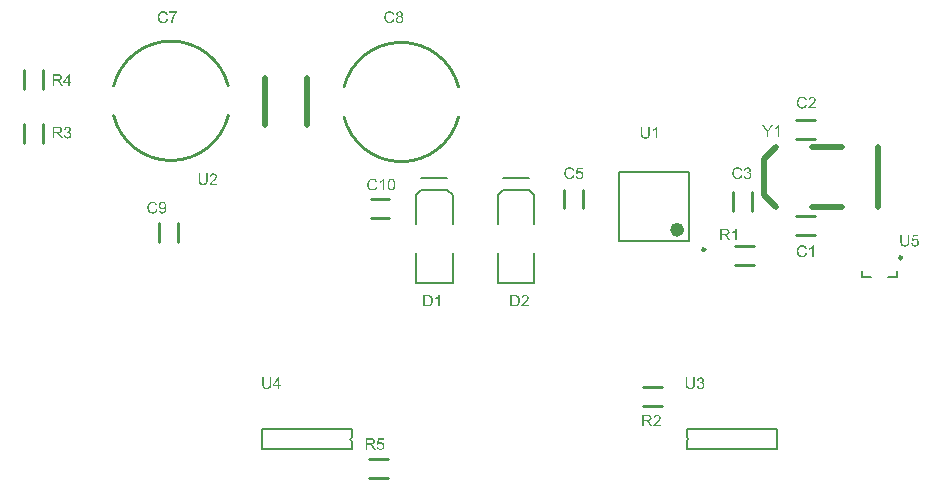
<source format=gto>
%FSLAX25Y25*%
%MOIN*%
G70*
G01*
G75*
G04 Layer_Color=65535*
%ADD10R,0.03937X0.02756*%
%ADD11R,0.02756X0.03937*%
%ADD12R,0.09055X0.09055*%
%ADD13O,0.01378X0.07087*%
%ADD14R,0.01378X0.07087*%
%ADD15R,0.05000X0.07500*%
%ADD16R,0.11811X0.06299*%
%ADD17R,0.24410X0.22835*%
%ADD18R,0.02362X0.05906*%
%ADD19O,0.02165X0.06496*%
%ADD20O,0.06496X0.02165*%
%ADD21R,0.19685X0.05906*%
%ADD22C,0.03000*%
%ADD23C,0.01500*%
%ADD24C,0.02000*%
%ADD25C,0.01300*%
%ADD26C,0.07874*%
%ADD27R,0.05906X0.05906*%
%ADD28C,0.05906*%
%ADD29C,0.03800*%
%ADD30C,0.43307*%
%ADD31R,0.15354X0.24410*%
%ADD32R,0.12992X0.17323*%
%ADD33R,0.14500X0.05000*%
%ADD34R,0.43307X0.27559*%
%ADD35R,0.12598X0.16535*%
%ADD36R,0.04724X0.12205*%
%ADD37C,0.00787*%
%ADD38C,0.00984*%
%ADD39C,0.02362*%
%ADD40C,0.01000*%
%ADD41C,0.01969*%
G36*
X230404Y140700D02*
X229930D01*
Y143707D01*
X229925Y143701D01*
X229901Y143678D01*
X229860Y143648D01*
X229808Y143607D01*
X229743Y143555D01*
X229667Y143502D01*
X229579Y143438D01*
X229480Y143379D01*
X229474D01*
X229468Y143374D01*
X229433Y143350D01*
X229380Y143321D01*
X229316Y143286D01*
X229240Y143245D01*
X229158Y143210D01*
X229070Y143169D01*
X228989Y143134D01*
Y143596D01*
X228994D01*
X229006Y143602D01*
X229030Y143613D01*
X229053Y143631D01*
X229088Y143648D01*
X229129Y143666D01*
X229223Y143719D01*
X229328Y143783D01*
X229445Y143859D01*
X229562Y143947D01*
X229673Y144040D01*
X229679Y144046D01*
X229685Y144052D01*
X229720Y144087D01*
X229772Y144140D01*
X229837Y144204D01*
X229907Y144286D01*
X229977Y144374D01*
X230042Y144467D01*
X230094Y144561D01*
X230404D01*
Y140700D01*
D02*
G37*
G36*
X226707Y144602D02*
X226754Y144596D01*
X226812Y144590D01*
X226877Y144584D01*
X226947Y144573D01*
X227099Y144538D01*
X227263Y144485D01*
X227345Y144450D01*
X227427Y144409D01*
X227503Y144362D01*
X227579Y144309D01*
X227585Y144304D01*
X227596Y144298D01*
X227614Y144280D01*
X227643Y144257D01*
X227672Y144228D01*
X227713Y144187D01*
X227754Y144146D01*
X227795Y144099D01*
X227842Y144040D01*
X227883Y143982D01*
X227930Y143912D01*
X227976Y143836D01*
X228017Y143760D01*
X228058Y143672D01*
X228129Y143485D01*
X227626Y143368D01*
Y143374D01*
X227620Y143385D01*
X227614Y143409D01*
X227602Y143438D01*
X227585Y143473D01*
X227567Y143514D01*
X227526Y143602D01*
X227473Y143701D01*
X227403Y143806D01*
X227327Y143900D01*
X227234Y143982D01*
X227222Y143988D01*
X227187Y144011D01*
X227134Y144040D01*
X227058Y144081D01*
X226970Y144116D01*
X226859Y144146D01*
X226736Y144169D01*
X226596Y144175D01*
X226555D01*
X226526Y144169D01*
X226485D01*
X226444Y144163D01*
X226339Y144146D01*
X226221Y144122D01*
X226099Y144081D01*
X225976Y144029D01*
X225859Y143958D01*
X225853D01*
X225847Y143947D01*
X225812Y143918D01*
X225759Y143871D01*
X225695Y143806D01*
X225631Y143725D01*
X225560Y143631D01*
X225496Y143514D01*
X225444Y143385D01*
Y143379D01*
X225438Y143368D01*
X225432Y143350D01*
X225426Y143321D01*
X225414Y143292D01*
X225408Y143251D01*
X225385Y143157D01*
X225362Y143046D01*
X225344Y142923D01*
X225332Y142788D01*
X225326Y142648D01*
Y142642D01*
Y142625D01*
Y142601D01*
Y142566D01*
X225332Y142525D01*
Y142473D01*
X225338Y142420D01*
X225344Y142361D01*
X225362Y142227D01*
X225385Y142081D01*
X225420Y141934D01*
X225467Y141794D01*
Y141788D01*
X225473Y141776D01*
X225484Y141759D01*
X225496Y141735D01*
X225525Y141665D01*
X225572Y141589D01*
X225637Y141496D01*
X225713Y141408D01*
X225800Y141320D01*
X225906Y141244D01*
X225911D01*
X225917Y141238D01*
X225935Y141226D01*
X225958Y141215D01*
X226023Y141191D01*
X226105Y141156D01*
X226198Y141127D01*
X226309Y141098D01*
X226432Y141074D01*
X226561Y141069D01*
X226602D01*
X226631Y141074D01*
X226666D01*
X226713Y141080D01*
X226812Y141098D01*
X226923Y141127D01*
X227046Y141174D01*
X227163Y141232D01*
X227280Y141314D01*
X227286Y141320D01*
X227292Y141326D01*
X227327Y141361D01*
X227380Y141420D01*
X227444Y141496D01*
X227509Y141601D01*
X227579Y141724D01*
X227637Y141876D01*
X227684Y142045D01*
X228193Y141917D01*
Y141911D01*
X228187Y141888D01*
X228175Y141858D01*
X228164Y141812D01*
X228140Y141765D01*
X228117Y141700D01*
X228094Y141636D01*
X228058Y141566D01*
X227982Y141408D01*
X227877Y141250D01*
X227760Y141098D01*
X227690Y141028D01*
X227614Y140963D01*
X227608Y140957D01*
X227596Y140952D01*
X227573Y140934D01*
X227538Y140911D01*
X227497Y140887D01*
X227450Y140858D01*
X227397Y140829D01*
X227333Y140799D01*
X227263Y140770D01*
X227187Y140741D01*
X227099Y140712D01*
X227011Y140688D01*
X226818Y140647D01*
X226713Y140641D01*
X226602Y140636D01*
X226543D01*
X226497Y140641D01*
X226444D01*
X226385Y140647D01*
X226315Y140659D01*
X226245Y140665D01*
X226081Y140700D01*
X225911Y140741D01*
X225748Y140805D01*
X225666Y140840D01*
X225590Y140887D01*
X225584Y140893D01*
X225572Y140899D01*
X225555Y140917D01*
X225525Y140934D01*
X225455Y140992D01*
X225373Y141074D01*
X225274Y141174D01*
X225180Y141303D01*
X225081Y141449D01*
X224999Y141619D01*
Y141624D01*
X224993Y141642D01*
X224981Y141665D01*
X224970Y141700D01*
X224952Y141747D01*
X224935Y141800D01*
X224917Y141858D01*
X224899Y141929D01*
X224882Y141999D01*
X224864Y142081D01*
X224829Y142256D01*
X224806Y142443D01*
X224800Y142648D01*
Y142654D01*
Y142677D01*
Y142707D01*
X224806Y142747D01*
Y142800D01*
X224812Y142865D01*
X224817Y142929D01*
X224829Y143005D01*
X224858Y143169D01*
X224894Y143344D01*
X224952Y143526D01*
X225028Y143695D01*
Y143701D01*
X225040Y143713D01*
X225051Y143736D01*
X225069Y143771D01*
X225093Y143806D01*
X225122Y143847D01*
X225198Y143947D01*
X225286Y144058D01*
X225397Y144169D01*
X225531Y144280D01*
X225677Y144374D01*
X225683D01*
X225695Y144386D01*
X225718Y144397D01*
X225753Y144409D01*
X225789Y144426D01*
X225835Y144450D01*
X225894Y144467D01*
X225952Y144491D01*
X226017Y144514D01*
X226087Y144532D01*
X226245Y144573D01*
X226420Y144596D01*
X226608Y144608D01*
X226666D01*
X226707Y144602D01*
D02*
G37*
G36*
X245074Y105838D02*
X245179Y105832D01*
X245296Y105820D01*
X245407Y105803D01*
X245501Y105785D01*
X245507D01*
X245518Y105779D01*
X245530D01*
X245553Y105767D01*
X245618Y105750D01*
X245694Y105721D01*
X245781Y105685D01*
X245875Y105639D01*
X245969Y105580D01*
X246062Y105510D01*
X246068D01*
X246074Y105498D01*
X246115Y105463D01*
X246168Y105405D01*
X246232Y105329D01*
X246308Y105235D01*
X246384Y105124D01*
X246454Y104995D01*
X246519Y104849D01*
Y104843D01*
X246524Y104831D01*
X246530Y104808D01*
X246542Y104779D01*
X246554Y104744D01*
X246565Y104697D01*
X246583Y104644D01*
X246595Y104586D01*
X246606Y104521D01*
X246624Y104451D01*
X246647Y104299D01*
X246665Y104129D01*
X246671Y103942D01*
Y103936D01*
Y103925D01*
Y103901D01*
Y103866D01*
X246665Y103831D01*
Y103784D01*
X246659Y103679D01*
X246647Y103562D01*
X246624Y103427D01*
X246601Y103293D01*
X246565Y103164D01*
Y103158D01*
X246560Y103147D01*
X246554Y103129D01*
X246548Y103106D01*
X246524Y103047D01*
X246495Y102965D01*
X246460Y102877D01*
X246413Y102784D01*
X246361Y102690D01*
X246302Y102603D01*
X246296Y102591D01*
X246273Y102568D01*
X246244Y102526D01*
X246197Y102474D01*
X246150Y102421D01*
X246086Y102363D01*
X246021Y102304D01*
X245951Y102252D01*
X245945Y102246D01*
X245916Y102234D01*
X245875Y102211D01*
X245822Y102181D01*
X245758Y102152D01*
X245682Y102123D01*
X245594Y102094D01*
X245495Y102064D01*
X245483D01*
X245448Y102053D01*
X245395Y102047D01*
X245319Y102035D01*
X245232Y102023D01*
X245126Y102012D01*
X245009Y102006D01*
X244881Y102000D01*
X243500D01*
Y105843D01*
X244974D01*
X245074Y105838D01*
D02*
G37*
G36*
X156595Y136855D02*
X156625D01*
X156666Y136849D01*
X156759Y136838D01*
X156865Y136808D01*
X156976Y136773D01*
X157098Y136726D01*
X157215Y136656D01*
X157221D01*
X157227Y136645D01*
X157245Y136633D01*
X157268Y136621D01*
X157321Y136574D01*
X157391Y136510D01*
X157467Y136422D01*
X157549Y136329D01*
X157625Y136212D01*
X157689Y136077D01*
Y136071D01*
X157695Y136059D01*
X157707Y136036D01*
X157713Y136007D01*
X157730Y135972D01*
X157742Y135925D01*
X157754Y135866D01*
X157771Y135802D01*
X157789Y135732D01*
X157800Y135650D01*
X157818Y135562D01*
X157830Y135469D01*
X157835Y135363D01*
X157847Y135252D01*
X157853Y135129D01*
Y135001D01*
Y134995D01*
Y134966D01*
Y134931D01*
Y134878D01*
X157847Y134819D01*
Y134743D01*
X157841Y134667D01*
X157835Y134580D01*
X157812Y134392D01*
X157783Y134193D01*
X157742Y134000D01*
X157719Y133913D01*
X157689Y133825D01*
Y133819D01*
X157683Y133807D01*
X157672Y133784D01*
X157660Y133755D01*
X157642Y133714D01*
X157625Y133673D01*
X157572Y133579D01*
X157502Y133468D01*
X157420Y133357D01*
X157327Y133252D01*
X157215Y133158D01*
X157210D01*
X157204Y133146D01*
X157186Y133140D01*
X157157Y133123D01*
X157128Y133105D01*
X157093Y133088D01*
X157005Y133047D01*
X156894Y133006D01*
X156771Y132971D01*
X156625Y132947D01*
X156473Y132936D01*
X156431D01*
X156396Y132941D01*
X156361D01*
X156315Y132947D01*
X156209Y132965D01*
X156092Y132994D01*
X155969Y133041D01*
X155852Y133099D01*
X155735Y133181D01*
X155729Y133187D01*
X155724Y133193D01*
X155689Y133228D01*
X155642Y133287D01*
X155583Y133363D01*
X155525Y133462D01*
X155472Y133585D01*
X155425Y133725D01*
X155396Y133889D01*
X155847Y133924D01*
Y133918D01*
Y133913D01*
X155852Y133895D01*
X155858Y133872D01*
X155870Y133813D01*
X155893Y133749D01*
X155923Y133673D01*
X155958Y133597D01*
X156005Y133521D01*
X156063Y133462D01*
X156069Y133456D01*
X156092Y133439D01*
X156127Y133415D01*
X156180Y133392D01*
X156238Y133369D01*
X156309Y133345D01*
X156391Y133328D01*
X156484Y133322D01*
X156519D01*
X156560Y133328D01*
X156613Y133333D01*
X156671Y133345D01*
X156736Y133363D01*
X156800Y133386D01*
X156865Y133421D01*
X156870Y133427D01*
X156894Y133439D01*
X156923Y133462D01*
X156958Y133491D01*
X157005Y133527D01*
X157046Y133573D01*
X157093Y133626D01*
X157133Y133684D01*
X157139Y133690D01*
X157151Y133714D01*
X157169Y133755D01*
X157198Y133807D01*
X157221Y133872D01*
X157250Y133948D01*
X157280Y134035D01*
X157309Y134135D01*
Y134141D01*
X157315Y134147D01*
Y134164D01*
X157321Y134182D01*
X157332Y134240D01*
X157344Y134316D01*
X157356Y134404D01*
X157368Y134498D01*
X157379Y134603D01*
Y134714D01*
Y134720D01*
Y134737D01*
Y134767D01*
Y134808D01*
X157373Y134796D01*
X157350Y134773D01*
X157321Y134726D01*
X157274Y134679D01*
X157221Y134620D01*
X157151Y134556D01*
X157075Y134498D01*
X156987Y134439D01*
X156976Y134433D01*
X156946Y134416D01*
X156894Y134398D01*
X156829Y134375D01*
X156753Y134345D01*
X156666Y134328D01*
X156566Y134310D01*
X156461Y134304D01*
X156414D01*
X156379Y134310D01*
X156338Y134316D01*
X156291Y134322D01*
X156180Y134345D01*
X156051Y134386D01*
X155987Y134416D01*
X155917Y134451D01*
X155852Y134492D01*
X155782Y134539D01*
X155718Y134591D01*
X155654Y134650D01*
X155648Y134655D01*
X155642Y134667D01*
X155624Y134685D01*
X155601Y134714D01*
X155577Y134749D01*
X155548Y134790D01*
X155519Y134837D01*
X155490Y134895D01*
X155460Y134954D01*
X155431Y135024D01*
X155402Y135100D01*
X155378Y135182D01*
X155355Y135270D01*
X155338Y135357D01*
X155332Y135457D01*
X155326Y135562D01*
Y135568D01*
Y135586D01*
Y135621D01*
X155332Y135662D01*
X155338Y135708D01*
X155343Y135767D01*
X155355Y135831D01*
X155367Y135902D01*
X155408Y136048D01*
X155437Y136130D01*
X155472Y136206D01*
X155507Y136288D01*
X155554Y136364D01*
X155607Y136434D01*
X155665Y136504D01*
X155671Y136510D01*
X155683Y136522D01*
X155700Y136539D01*
X155729Y136563D01*
X155759Y136586D01*
X155800Y136615D01*
X155847Y136650D01*
X155905Y136686D01*
X155964Y136715D01*
X156028Y136750D01*
X156174Y136808D01*
X156256Y136826D01*
X156344Y136844D01*
X156437Y136855D01*
X156531Y136861D01*
X156566D01*
X156595Y136855D01*
D02*
G37*
G36*
X153407Y136902D02*
X153454Y136896D01*
X153512Y136890D01*
X153577Y136884D01*
X153647Y136873D01*
X153799Y136838D01*
X153963Y136785D01*
X154045Y136750D01*
X154127Y136709D01*
X154203Y136662D01*
X154279Y136609D01*
X154285Y136604D01*
X154296Y136598D01*
X154314Y136580D01*
X154343Y136557D01*
X154372Y136528D01*
X154413Y136487D01*
X154454Y136446D01*
X154495Y136399D01*
X154542Y136340D01*
X154583Y136282D01*
X154630Y136212D01*
X154676Y136136D01*
X154718Y136059D01*
X154758Y135972D01*
X154829Y135785D01*
X154325Y135668D01*
Y135673D01*
X154320Y135685D01*
X154314Y135708D01*
X154302Y135738D01*
X154285Y135773D01*
X154267Y135814D01*
X154226Y135902D01*
X154174Y136001D01*
X154103Y136106D01*
X154027Y136200D01*
X153934Y136282D01*
X153922Y136288D01*
X153887Y136311D01*
X153834Y136340D01*
X153758Y136381D01*
X153670Y136416D01*
X153559Y136446D01*
X153436Y136469D01*
X153296Y136475D01*
X153255D01*
X153226Y136469D01*
X153185D01*
X153144Y136463D01*
X153039Y136446D01*
X152922Y136422D01*
X152799Y136381D01*
X152676Y136329D01*
X152559Y136258D01*
X152553D01*
X152547Y136247D01*
X152512Y136217D01*
X152459Y136171D01*
X152395Y136106D01*
X152331Y136024D01*
X152260Y135931D01*
X152196Y135814D01*
X152144Y135685D01*
Y135679D01*
X152138Y135668D01*
X152132Y135650D01*
X152126Y135621D01*
X152114Y135592D01*
X152108Y135551D01*
X152085Y135457D01*
X152062Y135346D01*
X152044Y135223D01*
X152032Y135088D01*
X152026Y134948D01*
Y134942D01*
Y134925D01*
Y134901D01*
Y134866D01*
X152032Y134825D01*
Y134773D01*
X152038Y134720D01*
X152044Y134661D01*
X152062Y134527D01*
X152085Y134381D01*
X152120Y134234D01*
X152167Y134094D01*
Y134088D01*
X152173Y134076D01*
X152184Y134059D01*
X152196Y134035D01*
X152225Y133965D01*
X152272Y133889D01*
X152337Y133796D01*
X152413Y133708D01*
X152500Y133620D01*
X152606Y133544D01*
X152611D01*
X152617Y133538D01*
X152635Y133527D01*
X152658Y133515D01*
X152723Y133491D01*
X152805Y133456D01*
X152898Y133427D01*
X153009Y133398D01*
X153132Y133374D01*
X153261Y133369D01*
X153302D01*
X153331Y133374D01*
X153366D01*
X153413Y133380D01*
X153512Y133398D01*
X153624Y133427D01*
X153746Y133474D01*
X153863Y133532D01*
X153980Y133614D01*
X153986Y133620D01*
X153992Y133626D01*
X154027Y133661D01*
X154080Y133720D01*
X154144Y133796D01*
X154209Y133901D01*
X154279Y134024D01*
X154337Y134176D01*
X154384Y134345D01*
X154893Y134217D01*
Y134211D01*
X154887Y134188D01*
X154876Y134158D01*
X154864Y134111D01*
X154840Y134065D01*
X154817Y134000D01*
X154794Y133936D01*
X154758Y133866D01*
X154682Y133708D01*
X154577Y133550D01*
X154460Y133398D01*
X154390Y133328D01*
X154314Y133263D01*
X154308Y133257D01*
X154296Y133252D01*
X154273Y133234D01*
X154238Y133211D01*
X154197Y133187D01*
X154150Y133158D01*
X154097Y133129D01*
X154033Y133099D01*
X153963Y133070D01*
X153887Y133041D01*
X153799Y133012D01*
X153711Y132988D01*
X153518Y132947D01*
X153413Y132941D01*
X153302Y132936D01*
X153243D01*
X153197Y132941D01*
X153144D01*
X153085Y132947D01*
X153015Y132959D01*
X152945Y132965D01*
X152781Y133000D01*
X152611Y133041D01*
X152448Y133105D01*
X152366Y133140D01*
X152290Y133187D01*
X152284Y133193D01*
X152272Y133199D01*
X152255Y133217D01*
X152225Y133234D01*
X152155Y133292D01*
X152073Y133374D01*
X151974Y133474D01*
X151880Y133602D01*
X151781Y133749D01*
X151699Y133918D01*
Y133924D01*
X151693Y133942D01*
X151681Y133965D01*
X151670Y134000D01*
X151652Y134047D01*
X151635Y134100D01*
X151617Y134158D01*
X151600Y134229D01*
X151582Y134299D01*
X151564Y134381D01*
X151529Y134556D01*
X151506Y134743D01*
X151500Y134948D01*
Y134954D01*
Y134977D01*
Y135006D01*
X151506Y135047D01*
Y135100D01*
X151512Y135164D01*
X151518Y135229D01*
X151529Y135305D01*
X151558Y135469D01*
X151594Y135644D01*
X151652Y135826D01*
X151728Y135995D01*
Y136001D01*
X151740Y136013D01*
X151751Y136036D01*
X151769Y136071D01*
X151793Y136106D01*
X151822Y136147D01*
X151898Y136247D01*
X151986Y136358D01*
X152097Y136469D01*
X152231Y136580D01*
X152377Y136674D01*
X152383D01*
X152395Y136686D01*
X152418Y136697D01*
X152453Y136709D01*
X152489Y136726D01*
X152535Y136750D01*
X152594Y136767D01*
X152652Y136791D01*
X152717Y136814D01*
X152787Y136832D01*
X152945Y136873D01*
X153121Y136896D01*
X153308Y136908D01*
X153366D01*
X153407Y136902D01*
D02*
G37*
G36*
X232972Y144555D02*
X233043Y144544D01*
X233124Y144532D01*
X233218Y144508D01*
X233312Y144473D01*
X233400Y144432D01*
X233411Y144426D01*
X233440Y144409D01*
X233481Y144380D01*
X233540Y144345D01*
X233598Y144292D01*
X233663Y144228D01*
X233727Y144157D01*
X233786Y144076D01*
X233791Y144064D01*
X233809Y144035D01*
X233838Y143982D01*
X233873Y143918D01*
X233908Y143836D01*
X233949Y143736D01*
X233990Y143625D01*
X234026Y143502D01*
Y143496D01*
X234031Y143485D01*
Y143467D01*
X234037Y143438D01*
X234049Y143409D01*
X234055Y143368D01*
X234061Y143315D01*
X234072Y143262D01*
X234078Y143198D01*
X234084Y143134D01*
X234096Y143058D01*
X234102Y142976D01*
X234107Y142888D01*
Y142800D01*
X234113Y142595D01*
Y142590D01*
Y142566D01*
Y142531D01*
Y142484D01*
X234107Y142426D01*
Y142361D01*
X234102Y142285D01*
X234096Y142203D01*
X234078Y142028D01*
X234055Y141847D01*
X234020Y141665D01*
X233996Y141583D01*
X233973Y141501D01*
Y141496D01*
X233967Y141484D01*
X233961Y141461D01*
X233949Y141431D01*
X233932Y141396D01*
X233914Y141361D01*
X233868Y141268D01*
X233809Y141162D01*
X233739Y141057D01*
X233657Y140952D01*
X233558Y140858D01*
X233552D01*
X233546Y140846D01*
X233528Y140840D01*
X233511Y140823D01*
X233446Y140788D01*
X233370Y140747D01*
X233265Y140706D01*
X233148Y140671D01*
X233013Y140647D01*
X232861Y140636D01*
X232809D01*
X232768Y140641D01*
X232721Y140647D01*
X232668Y140659D01*
X232610Y140671D01*
X232545Y140682D01*
X232405Y140729D01*
X232329Y140764D01*
X232259Y140799D01*
X232183Y140846D01*
X232113Y140899D01*
X232048Y140957D01*
X231984Y141028D01*
X231978Y141033D01*
X231966Y141051D01*
X231949Y141080D01*
X231925Y141121D01*
X231896Y141174D01*
X231867Y141238D01*
X231832Y141314D01*
X231797Y141408D01*
X231762Y141507D01*
X231726Y141624D01*
X231697Y141753D01*
X231668Y141893D01*
X231645Y142051D01*
X231627Y142215D01*
X231615Y142402D01*
X231609Y142595D01*
Y142601D01*
Y142625D01*
Y142660D01*
Y142707D01*
X231615Y142765D01*
Y142829D01*
X231621Y142905D01*
X231627Y142987D01*
X231645Y143163D01*
X231668Y143344D01*
X231697Y143526D01*
X231721Y143607D01*
X231744Y143689D01*
Y143695D01*
X231750Y143707D01*
X231762Y143730D01*
X231773Y143760D01*
X231785Y143795D01*
X231802Y143836D01*
X231849Y143929D01*
X231908Y144035D01*
X231978Y144140D01*
X232060Y144239D01*
X232159Y144333D01*
X232165D01*
X232171Y144345D01*
X232189Y144356D01*
X232212Y144368D01*
X232270Y144403D01*
X232352Y144450D01*
X232452Y144491D01*
X232575Y144526D01*
X232709Y144549D01*
X232861Y144561D01*
X232914D01*
X232972Y144555D01*
D02*
G37*
G36*
X318331Y65838D02*
X318378D01*
X318495Y65832D01*
X318618Y65820D01*
X318746Y65797D01*
X318869Y65773D01*
X318928Y65756D01*
X318980Y65738D01*
X318986D01*
X318992Y65732D01*
X319027Y65721D01*
X319074Y65691D01*
X319132Y65650D01*
X319203Y65604D01*
X319273Y65539D01*
X319343Y65463D01*
X319408Y65370D01*
X319413Y65358D01*
X319431Y65323D01*
X319460Y65270D01*
X319489Y65200D01*
X319519Y65112D01*
X319548Y65013D01*
X319565Y64907D01*
X319571Y64790D01*
Y64785D01*
Y64773D01*
Y64749D01*
X319565Y64720D01*
Y64685D01*
X319560Y64644D01*
X319536Y64551D01*
X319507Y64439D01*
X319460Y64328D01*
X319390Y64211D01*
X319349Y64153D01*
X319302Y64100D01*
X319290Y64088D01*
X319273Y64077D01*
X319255Y64053D01*
X319226Y64036D01*
X319191Y64007D01*
X319150Y63983D01*
X319103Y63954D01*
X319051Y63925D01*
X318986Y63895D01*
X318922Y63866D01*
X318846Y63837D01*
X318770Y63808D01*
X318682Y63784D01*
X318588Y63767D01*
X318489Y63749D01*
X318501Y63743D01*
X318524Y63732D01*
X318559Y63714D01*
X318600Y63691D01*
X318700Y63626D01*
X318752Y63591D01*
X318793Y63556D01*
X318805Y63544D01*
X318834Y63521D01*
X318875Y63474D01*
X318928Y63416D01*
X318992Y63340D01*
X319062Y63252D01*
X319138Y63152D01*
X319214Y63041D01*
X319881Y62000D01*
X319244D01*
X318735Y62796D01*
Y62801D01*
X318723Y62813D01*
X318711Y62831D01*
X318700Y62854D01*
X318659Y62913D01*
X318606Y62989D01*
X318548Y63076D01*
X318483Y63164D01*
X318425Y63246D01*
X318366Y63322D01*
X318360Y63328D01*
X318343Y63351D01*
X318314Y63386D01*
X318284Y63427D01*
X318197Y63509D01*
X318156Y63550D01*
X318109Y63579D01*
X318103Y63585D01*
X318091Y63591D01*
X318068Y63603D01*
X318039Y63621D01*
X317968Y63656D01*
X317881Y63685D01*
X317875D01*
X317863Y63691D01*
X317840D01*
X317810Y63696D01*
X317770Y63702D01*
X317723D01*
X317664Y63708D01*
X317009D01*
Y62000D01*
X316500D01*
Y65843D01*
X318284D01*
X318331Y65838D01*
D02*
G37*
G36*
X321537Y65855D02*
X321584Y65849D01*
X321636Y65843D01*
X321695Y65838D01*
X321759Y65820D01*
X321900Y65785D01*
X322046Y65732D01*
X322122Y65697D01*
X322192Y65656D01*
X322256Y65604D01*
X322321Y65551D01*
X322327Y65545D01*
X322333Y65539D01*
X322350Y65522D01*
X322373Y65498D01*
X322397Y65463D01*
X322426Y65428D01*
X322484Y65340D01*
X322543Y65229D01*
X322596Y65101D01*
X322637Y64954D01*
X322642Y64872D01*
X322648Y64790D01*
Y64779D01*
Y64749D01*
X322642Y64703D01*
X322637Y64644D01*
X322625Y64574D01*
X322607Y64498D01*
X322584Y64416D01*
X322549Y64334D01*
X322543Y64323D01*
X322531Y64293D01*
X322508Y64252D01*
X322473Y64194D01*
X322432Y64124D01*
X322379Y64042D01*
X322309Y63960D01*
X322233Y63866D01*
X322221Y63854D01*
X322192Y63819D01*
X322139Y63767D01*
X322104Y63732D01*
X322063Y63691D01*
X322017Y63644D01*
X321958Y63591D01*
X321900Y63538D01*
X321835Y63474D01*
X321765Y63410D01*
X321683Y63340D01*
X321601Y63269D01*
X321508Y63187D01*
X321502Y63182D01*
X321490Y63170D01*
X321467Y63152D01*
X321437Y63129D01*
X321367Y63071D01*
X321279Y62994D01*
X321192Y62913D01*
X321098Y62831D01*
X321022Y62761D01*
X320993Y62731D01*
X320964Y62702D01*
X320958Y62696D01*
X320946Y62679D01*
X320923Y62655D01*
X320893Y62620D01*
X320829Y62544D01*
X320765Y62450D01*
X322654D01*
Y62000D01*
X320110D01*
Y62006D01*
Y62029D01*
Y62064D01*
X320115Y62105D01*
X320121Y62152D01*
X320127Y62205D01*
X320145Y62263D01*
X320162Y62322D01*
Y62328D01*
X320168Y62334D01*
X320180Y62369D01*
X320203Y62415D01*
X320238Y62486D01*
X320279Y62562D01*
X320338Y62649D01*
X320396Y62737D01*
X320472Y62831D01*
Y62836D01*
X320484Y62842D01*
X320513Y62878D01*
X320560Y62930D01*
X320630Y63000D01*
X320718Y63082D01*
X320823Y63182D01*
X320952Y63293D01*
X321092Y63416D01*
X321098Y63422D01*
X321122Y63439D01*
X321151Y63463D01*
X321192Y63503D01*
X321244Y63544D01*
X321303Y63597D01*
X321432Y63708D01*
X321572Y63843D01*
X321712Y63977D01*
X321782Y64042D01*
X321841Y64106D01*
X321894Y64170D01*
X321940Y64229D01*
Y64235D01*
X321952Y64240D01*
X321964Y64258D01*
X321976Y64281D01*
X322011Y64340D01*
X322052Y64416D01*
X322093Y64504D01*
X322128Y64597D01*
X322151Y64703D01*
X322163Y64802D01*
Y64808D01*
Y64814D01*
X322157Y64849D01*
X322151Y64902D01*
X322139Y64966D01*
X322110Y65042D01*
X322075Y65118D01*
X322028Y65200D01*
X321958Y65276D01*
X321946Y65282D01*
X321923Y65305D01*
X321876Y65334D01*
X321818Y65376D01*
X321742Y65411D01*
X321654Y65440D01*
X321549Y65463D01*
X321432Y65469D01*
X321396D01*
X321373Y65463D01*
X321315Y65457D01*
X321238Y65446D01*
X321151Y65416D01*
X321057Y65381D01*
X320969Y65329D01*
X320887Y65259D01*
X320882Y65247D01*
X320858Y65223D01*
X320823Y65176D01*
X320788Y65112D01*
X320747Y65030D01*
X320718Y64937D01*
X320694Y64825D01*
X320683Y64697D01*
X320197Y64749D01*
Y64755D01*
Y64773D01*
X320203Y64802D01*
X320209Y64837D01*
X320221Y64884D01*
X320227Y64937D01*
X320262Y65054D01*
X320308Y65188D01*
X320373Y65323D01*
X320460Y65457D01*
X320507Y65516D01*
X320566Y65574D01*
X320572Y65580D01*
X320583Y65586D01*
X320601Y65604D01*
X320624Y65621D01*
X320659Y65639D01*
X320700Y65668D01*
X320747Y65691D01*
X320800Y65721D01*
X320858Y65744D01*
X320923Y65773D01*
X320999Y65797D01*
X321075Y65814D01*
X321250Y65849D01*
X321344Y65855D01*
X321443Y65861D01*
X321496D01*
X321537Y65855D01*
D02*
G37*
G36*
X121831Y161838D02*
X121878D01*
X121995Y161832D01*
X122118Y161820D01*
X122246Y161797D01*
X122369Y161773D01*
X122428Y161756D01*
X122480Y161738D01*
X122486D01*
X122492Y161732D01*
X122527Y161721D01*
X122574Y161691D01*
X122633Y161650D01*
X122703Y161604D01*
X122773Y161539D01*
X122843Y161463D01*
X122907Y161370D01*
X122913Y161358D01*
X122931Y161323D01*
X122960Y161270D01*
X122989Y161200D01*
X123019Y161112D01*
X123048Y161013D01*
X123065Y160907D01*
X123071Y160791D01*
Y160785D01*
Y160773D01*
Y160749D01*
X123065Y160720D01*
Y160685D01*
X123059Y160644D01*
X123036Y160551D01*
X123007Y160440D01*
X122960Y160328D01*
X122890Y160211D01*
X122849Y160153D01*
X122802Y160100D01*
X122791Y160088D01*
X122773Y160077D01*
X122755Y160053D01*
X122726Y160036D01*
X122691Y160006D01*
X122650Y159983D01*
X122603Y159954D01*
X122551Y159925D01*
X122486Y159895D01*
X122422Y159866D01*
X122346Y159837D01*
X122270Y159808D01*
X122182Y159784D01*
X122088Y159767D01*
X121989Y159749D01*
X122001Y159743D01*
X122024Y159732D01*
X122059Y159714D01*
X122100Y159691D01*
X122200Y159626D01*
X122252Y159591D01*
X122293Y159556D01*
X122305Y159544D01*
X122334Y159521D01*
X122375Y159474D01*
X122428Y159416D01*
X122492Y159340D01*
X122562Y159252D01*
X122638Y159152D01*
X122714Y159041D01*
X123381Y158000D01*
X122744D01*
X122235Y158796D01*
Y158801D01*
X122223Y158813D01*
X122211Y158831D01*
X122200Y158854D01*
X122159Y158913D01*
X122106Y158989D01*
X122047Y159076D01*
X121983Y159164D01*
X121925Y159246D01*
X121866Y159322D01*
X121860Y159328D01*
X121843Y159351D01*
X121813Y159386D01*
X121784Y159427D01*
X121696Y159509D01*
X121655Y159550D01*
X121609Y159580D01*
X121603Y159585D01*
X121591Y159591D01*
X121568Y159603D01*
X121539Y159620D01*
X121468Y159655D01*
X121381Y159685D01*
X121375D01*
X121363Y159691D01*
X121340D01*
X121310Y159696D01*
X121270Y159702D01*
X121223D01*
X121164Y159708D01*
X120509D01*
Y158000D01*
X120000D01*
Y161844D01*
X121784D01*
X121831Y161838D01*
D02*
G37*
G36*
X248958Y102000D02*
X248484D01*
Y105007D01*
X248478Y105001D01*
X248455Y104978D01*
X248414Y104948D01*
X248361Y104907D01*
X248297Y104855D01*
X248221Y104802D01*
X248133Y104738D01*
X248034Y104679D01*
X248028D01*
X248022Y104674D01*
X247987Y104650D01*
X247934Y104621D01*
X247870Y104586D01*
X247794Y104545D01*
X247712Y104510D01*
X247624Y104469D01*
X247542Y104434D01*
Y104896D01*
X247548D01*
X247560Y104902D01*
X247583Y104913D01*
X247607Y104931D01*
X247642Y104948D01*
X247683Y104966D01*
X247776Y105019D01*
X247882Y105083D01*
X247999Y105159D01*
X248116Y105247D01*
X248227Y105340D01*
X248233Y105346D01*
X248238Y105352D01*
X248274Y105387D01*
X248326Y105440D01*
X248391Y105504D01*
X248461Y105586D01*
X248531Y105674D01*
X248595Y105767D01*
X248648Y105861D01*
X248958D01*
Y102000D01*
D02*
G37*
G36*
X274074Y105838D02*
X274179Y105832D01*
X274296Y105820D01*
X274407Y105803D01*
X274501Y105785D01*
X274507D01*
X274518Y105779D01*
X274530D01*
X274553Y105767D01*
X274618Y105750D01*
X274694Y105721D01*
X274781Y105685D01*
X274875Y105639D01*
X274969Y105580D01*
X275062Y105510D01*
X275068D01*
X275074Y105498D01*
X275115Y105463D01*
X275168Y105405D01*
X275232Y105329D01*
X275308Y105235D01*
X275384Y105124D01*
X275454Y104995D01*
X275519Y104849D01*
Y104843D01*
X275524Y104831D01*
X275530Y104808D01*
X275542Y104779D01*
X275554Y104744D01*
X275565Y104697D01*
X275583Y104644D01*
X275595Y104586D01*
X275606Y104521D01*
X275624Y104451D01*
X275647Y104299D01*
X275665Y104129D01*
X275671Y103942D01*
Y103936D01*
Y103925D01*
Y103901D01*
Y103866D01*
X275665Y103831D01*
Y103784D01*
X275659Y103679D01*
X275647Y103562D01*
X275624Y103427D01*
X275601Y103293D01*
X275565Y103164D01*
Y103158D01*
X275559Y103147D01*
X275554Y103129D01*
X275548Y103106D01*
X275524Y103047D01*
X275495Y102965D01*
X275460Y102877D01*
X275413Y102784D01*
X275361Y102690D01*
X275302Y102603D01*
X275296Y102591D01*
X275273Y102568D01*
X275244Y102526D01*
X275197Y102474D01*
X275150Y102421D01*
X275086Y102363D01*
X275021Y102304D01*
X274951Y102252D01*
X274945Y102246D01*
X274916Y102234D01*
X274875Y102211D01*
X274822Y102181D01*
X274758Y102152D01*
X274682Y102123D01*
X274594Y102094D01*
X274495Y102064D01*
X274483D01*
X274448Y102053D01*
X274395Y102047D01*
X274319Y102035D01*
X274232Y102023D01*
X274126Y102012D01*
X274009Y102006D01*
X273881Y102000D01*
X272500D01*
Y105843D01*
X273974D01*
X274074Y105838D01*
D02*
G37*
G36*
X277543Y105855D02*
X277590Y105849D01*
X277642Y105843D01*
X277701Y105838D01*
X277765Y105820D01*
X277905Y105785D01*
X278052Y105732D01*
X278128Y105697D01*
X278198Y105656D01*
X278262Y105604D01*
X278327Y105551D01*
X278332Y105545D01*
X278338Y105539D01*
X278356Y105522D01*
X278379Y105498D01*
X278403Y105463D01*
X278432Y105428D01*
X278490Y105340D01*
X278549Y105229D01*
X278602Y105101D01*
X278643Y104954D01*
X278648Y104872D01*
X278654Y104790D01*
Y104779D01*
Y104750D01*
X278648Y104703D01*
X278643Y104644D01*
X278631Y104574D01*
X278613Y104498D01*
X278590Y104416D01*
X278555Y104334D01*
X278549Y104323D01*
X278537Y104293D01*
X278514Y104252D01*
X278479Y104194D01*
X278438Y104124D01*
X278385Y104042D01*
X278315Y103960D01*
X278239Y103866D01*
X278227Y103854D01*
X278198Y103819D01*
X278145Y103767D01*
X278110Y103732D01*
X278069Y103691D01*
X278022Y103644D01*
X277964Y103591D01*
X277905Y103539D01*
X277841Y103474D01*
X277771Y103410D01*
X277689Y103340D01*
X277607Y103270D01*
X277514Y103188D01*
X277508Y103182D01*
X277496Y103170D01*
X277472Y103152D01*
X277443Y103129D01*
X277373Y103071D01*
X277285Y102995D01*
X277198Y102913D01*
X277104Y102831D01*
X277028Y102761D01*
X276999Y102731D01*
X276969Y102702D01*
X276963Y102696D01*
X276952Y102679D01*
X276928Y102655D01*
X276899Y102620D01*
X276835Y102544D01*
X276770Y102451D01*
X278660D01*
Y102000D01*
X276115D01*
Y102006D01*
Y102029D01*
Y102064D01*
X276121Y102105D01*
X276127Y102152D01*
X276133Y102205D01*
X276150Y102263D01*
X276168Y102322D01*
Y102328D01*
X276174Y102333D01*
X276185Y102369D01*
X276209Y102415D01*
X276244Y102486D01*
X276285Y102562D01*
X276343Y102649D01*
X276402Y102737D01*
X276478Y102831D01*
Y102837D01*
X276490Y102842D01*
X276519Y102877D01*
X276566Y102930D01*
X276636Y103000D01*
X276724Y103082D01*
X276829Y103182D01*
X276958Y103293D01*
X277098Y103416D01*
X277104Y103422D01*
X277127Y103439D01*
X277157Y103463D01*
X277198Y103503D01*
X277250Y103544D01*
X277309Y103597D01*
X277437Y103708D01*
X277578Y103843D01*
X277718Y103977D01*
X277788Y104042D01*
X277847Y104106D01*
X277900Y104170D01*
X277946Y104229D01*
Y104235D01*
X277958Y104241D01*
X277970Y104258D01*
X277981Y104281D01*
X278017Y104340D01*
X278058Y104416D01*
X278099Y104504D01*
X278134Y104597D01*
X278157Y104703D01*
X278169Y104802D01*
Y104808D01*
Y104814D01*
X278163Y104849D01*
X278157Y104902D01*
X278145Y104966D01*
X278116Y105042D01*
X278081Y105118D01*
X278034Y105200D01*
X277964Y105276D01*
X277952Y105282D01*
X277929Y105305D01*
X277882Y105334D01*
X277823Y105376D01*
X277747Y105411D01*
X277660Y105440D01*
X277554Y105463D01*
X277437Y105469D01*
X277402D01*
X277379Y105463D01*
X277320Y105457D01*
X277244Y105446D01*
X277157Y105416D01*
X277063Y105381D01*
X276975Y105329D01*
X276893Y105258D01*
X276887Y105247D01*
X276864Y105223D01*
X276829Y105176D01*
X276794Y105112D01*
X276753Y105030D01*
X276724Y104937D01*
X276700Y104825D01*
X276689Y104697D01*
X276203Y104750D01*
Y104755D01*
Y104773D01*
X276209Y104802D01*
X276215Y104837D01*
X276226Y104884D01*
X276232Y104937D01*
X276267Y105054D01*
X276314Y105188D01*
X276378Y105323D01*
X276466Y105457D01*
X276513Y105516D01*
X276572Y105574D01*
X276577Y105580D01*
X276589Y105586D01*
X276607Y105604D01*
X276630Y105621D01*
X276665Y105639D01*
X276706Y105668D01*
X276753Y105691D01*
X276806Y105721D01*
X276864Y105744D01*
X276928Y105773D01*
X277005Y105797D01*
X277080Y105814D01*
X277256Y105849D01*
X277350Y105855D01*
X277449Y105861D01*
X277502D01*
X277543Y105855D01*
D02*
G37*
G36*
X232407Y200402D02*
X232454Y200396D01*
X232512Y200390D01*
X232577Y200384D01*
X232647Y200373D01*
X232799Y200338D01*
X232963Y200285D01*
X233045Y200250D01*
X233127Y200209D01*
X233203Y200162D01*
X233279Y200109D01*
X233285Y200104D01*
X233296Y200098D01*
X233314Y200080D01*
X233343Y200057D01*
X233372Y200027D01*
X233413Y199987D01*
X233454Y199946D01*
X233495Y199899D01*
X233542Y199840D01*
X233583Y199782D01*
X233630Y199712D01*
X233677Y199636D01*
X233717Y199559D01*
X233758Y199472D01*
X233829Y199285D01*
X233326Y199168D01*
Y199173D01*
X233320Y199185D01*
X233314Y199208D01*
X233302Y199238D01*
X233285Y199273D01*
X233267Y199314D01*
X233226Y199402D01*
X233173Y199501D01*
X233103Y199606D01*
X233027Y199700D01*
X232934Y199782D01*
X232922Y199788D01*
X232887Y199811D01*
X232834Y199840D01*
X232758Y199881D01*
X232670Y199916D01*
X232559Y199946D01*
X232436Y199969D01*
X232296Y199975D01*
X232255D01*
X232226Y199969D01*
X232185D01*
X232144Y199963D01*
X232038Y199946D01*
X231922Y199922D01*
X231799Y199881D01*
X231676Y199829D01*
X231559Y199758D01*
X231553D01*
X231547Y199747D01*
X231512Y199717D01*
X231459Y199671D01*
X231395Y199606D01*
X231331Y199524D01*
X231260Y199431D01*
X231196Y199314D01*
X231143Y199185D01*
Y199179D01*
X231138Y199168D01*
X231132Y199150D01*
X231126Y199121D01*
X231114Y199092D01*
X231108Y199051D01*
X231085Y198957D01*
X231062Y198846D01*
X231044Y198723D01*
X231032Y198588D01*
X231027Y198448D01*
Y198442D01*
Y198425D01*
Y198401D01*
Y198366D01*
X231032Y198325D01*
Y198273D01*
X231038Y198220D01*
X231044Y198161D01*
X231062Y198027D01*
X231085Y197881D01*
X231120Y197734D01*
X231167Y197594D01*
Y197588D01*
X231173Y197576D01*
X231185Y197559D01*
X231196Y197535D01*
X231225Y197465D01*
X231272Y197389D01*
X231336Y197296D01*
X231413Y197208D01*
X231500Y197120D01*
X231606Y197044D01*
X231611D01*
X231617Y197038D01*
X231635Y197027D01*
X231658Y197015D01*
X231723Y196991D01*
X231805Y196956D01*
X231898Y196927D01*
X232009Y196898D01*
X232132Y196874D01*
X232261Y196869D01*
X232302D01*
X232331Y196874D01*
X232366D01*
X232413Y196880D01*
X232512Y196898D01*
X232624Y196927D01*
X232746Y196974D01*
X232863Y197032D01*
X232980Y197114D01*
X232986Y197120D01*
X232992Y197126D01*
X233027Y197161D01*
X233080Y197220D01*
X233144Y197296D01*
X233209Y197401D01*
X233279Y197524D01*
X233337Y197676D01*
X233384Y197845D01*
X233893Y197717D01*
Y197711D01*
X233887Y197688D01*
X233875Y197658D01*
X233864Y197611D01*
X233840Y197565D01*
X233817Y197500D01*
X233794Y197436D01*
X233758Y197366D01*
X233682Y197208D01*
X233577Y197050D01*
X233460Y196898D01*
X233390Y196828D01*
X233314Y196763D01*
X233308Y196757D01*
X233296Y196751D01*
X233273Y196734D01*
X233238Y196711D01*
X233197Y196687D01*
X233150Y196658D01*
X233097Y196629D01*
X233033Y196599D01*
X232963Y196570D01*
X232887Y196541D01*
X232799Y196512D01*
X232711Y196488D01*
X232518Y196447D01*
X232413Y196441D01*
X232302Y196436D01*
X232243D01*
X232196Y196441D01*
X232144D01*
X232085Y196447D01*
X232015Y196459D01*
X231945Y196465D01*
X231781Y196500D01*
X231611Y196541D01*
X231448Y196605D01*
X231366Y196640D01*
X231290Y196687D01*
X231284Y196693D01*
X231272Y196699D01*
X231255Y196716D01*
X231225Y196734D01*
X231155Y196792D01*
X231073Y196874D01*
X230974Y196974D01*
X230880Y197102D01*
X230781Y197249D01*
X230699Y197418D01*
Y197424D01*
X230693Y197442D01*
X230681Y197465D01*
X230670Y197500D01*
X230652Y197547D01*
X230634Y197600D01*
X230617Y197658D01*
X230599Y197729D01*
X230582Y197799D01*
X230564Y197881D01*
X230529Y198056D01*
X230506Y198243D01*
X230500Y198448D01*
Y198454D01*
Y198477D01*
Y198506D01*
X230506Y198547D01*
Y198600D01*
X230512Y198664D01*
X230518Y198729D01*
X230529Y198805D01*
X230558Y198969D01*
X230594Y199144D01*
X230652Y199326D01*
X230728Y199495D01*
Y199501D01*
X230740Y199513D01*
X230751Y199536D01*
X230769Y199571D01*
X230792Y199606D01*
X230822Y199647D01*
X230898Y199747D01*
X230986Y199858D01*
X231097Y199969D01*
X231231Y200080D01*
X231378Y200174D01*
X231383D01*
X231395Y200185D01*
X231418Y200197D01*
X231453Y200209D01*
X231489Y200226D01*
X231535Y200250D01*
X231594Y200267D01*
X231652Y200291D01*
X231717Y200314D01*
X231787Y200332D01*
X231945Y200373D01*
X232120Y200396D01*
X232308Y200408D01*
X232366D01*
X232407Y200402D01*
D02*
G37*
G36*
X161341Y199928D02*
X161336Y199922D01*
X161324Y199910D01*
X161306Y199887D01*
X161277Y199858D01*
X161248Y199817D01*
X161207Y199770D01*
X161160Y199712D01*
X161113Y199653D01*
X161061Y199583D01*
X161002Y199501D01*
X160938Y199419D01*
X160879Y199326D01*
X160815Y199226D01*
X160745Y199121D01*
X160680Y199004D01*
X160610Y198887D01*
X160604Y198881D01*
X160593Y198857D01*
X160575Y198822D01*
X160552Y198776D01*
X160522Y198717D01*
X160487Y198647D01*
X160446Y198565D01*
X160405Y198477D01*
X160364Y198384D01*
X160318Y198278D01*
X160271Y198167D01*
X160224Y198050D01*
X160136Y197810D01*
X160054Y197553D01*
Y197547D01*
X160049Y197530D01*
X160043Y197506D01*
X160031Y197471D01*
X160019Y197424D01*
X160008Y197372D01*
X159996Y197307D01*
X159978Y197243D01*
X159967Y197167D01*
X159949Y197085D01*
X159920Y196909D01*
X159897Y196711D01*
X159879Y196500D01*
X159393D01*
Y196506D01*
Y196523D01*
Y196547D01*
X159399Y196582D01*
Y196623D01*
X159405Y196676D01*
X159411Y196740D01*
X159417Y196804D01*
X159428Y196880D01*
X159440Y196968D01*
X159452Y197056D01*
X159469Y197149D01*
X159487Y197255D01*
X159510Y197360D01*
X159569Y197594D01*
Y197600D01*
X159575Y197623D01*
X159586Y197658D01*
X159598Y197705D01*
X159616Y197764D01*
X159639Y197828D01*
X159662Y197904D01*
X159692Y197992D01*
X159727Y198080D01*
X159762Y198179D01*
X159844Y198390D01*
X159943Y198612D01*
X160054Y198834D01*
X160060Y198840D01*
X160072Y198863D01*
X160090Y198893D01*
X160113Y198934D01*
X160142Y198986D01*
X160177Y199045D01*
X160218Y199109D01*
X160259Y199185D01*
X160364Y199343D01*
X160481Y199513D01*
X160604Y199682D01*
X160739Y199846D01*
X158855D01*
Y200297D01*
X161341D01*
Y199928D01*
D02*
G37*
G36*
X156907Y200402D02*
X156954Y200396D01*
X157012Y200390D01*
X157077Y200384D01*
X157147Y200373D01*
X157299Y200338D01*
X157463Y200285D01*
X157545Y200250D01*
X157627Y200209D01*
X157703Y200162D01*
X157779Y200109D01*
X157785Y200104D01*
X157796Y200098D01*
X157814Y200080D01*
X157843Y200057D01*
X157872Y200027D01*
X157913Y199987D01*
X157954Y199946D01*
X157995Y199899D01*
X158042Y199840D01*
X158083Y199782D01*
X158130Y199712D01*
X158177Y199636D01*
X158218Y199559D01*
X158258Y199472D01*
X158329Y199285D01*
X157826Y199168D01*
Y199173D01*
X157820Y199185D01*
X157814Y199208D01*
X157802Y199238D01*
X157785Y199273D01*
X157767Y199314D01*
X157726Y199402D01*
X157674Y199501D01*
X157603Y199606D01*
X157527Y199700D01*
X157434Y199782D01*
X157422Y199788D01*
X157387Y199811D01*
X157334Y199840D01*
X157258Y199881D01*
X157170Y199916D01*
X157059Y199946D01*
X156936Y199969D01*
X156796Y199975D01*
X156755D01*
X156726Y199969D01*
X156685D01*
X156644Y199963D01*
X156539Y199946D01*
X156422Y199922D01*
X156299Y199881D01*
X156176Y199829D01*
X156059Y199758D01*
X156053D01*
X156047Y199747D01*
X156012Y199717D01*
X155959Y199671D01*
X155895Y199606D01*
X155831Y199524D01*
X155761Y199431D01*
X155696Y199314D01*
X155643Y199185D01*
Y199179D01*
X155638Y199168D01*
X155632Y199150D01*
X155626Y199121D01*
X155614Y199092D01*
X155608Y199051D01*
X155585Y198957D01*
X155562Y198846D01*
X155544Y198723D01*
X155532Y198588D01*
X155526Y198448D01*
Y198442D01*
Y198425D01*
Y198401D01*
Y198366D01*
X155532Y198325D01*
Y198273D01*
X155538Y198220D01*
X155544Y198161D01*
X155562Y198027D01*
X155585Y197881D01*
X155620Y197734D01*
X155667Y197594D01*
Y197588D01*
X155673Y197576D01*
X155684Y197559D01*
X155696Y197535D01*
X155725Y197465D01*
X155772Y197389D01*
X155837Y197296D01*
X155913Y197208D01*
X156000Y197120D01*
X156106Y197044D01*
X156112D01*
X156117Y197038D01*
X156135Y197027D01*
X156158Y197015D01*
X156223Y196991D01*
X156305Y196956D01*
X156398Y196927D01*
X156509Y196898D01*
X156632Y196874D01*
X156761Y196869D01*
X156802D01*
X156831Y196874D01*
X156866D01*
X156913Y196880D01*
X157012Y196898D01*
X157124Y196927D01*
X157246Y196974D01*
X157363Y197032D01*
X157480Y197114D01*
X157486Y197120D01*
X157492Y197126D01*
X157527Y197161D01*
X157580Y197220D01*
X157644Y197296D01*
X157709Y197401D01*
X157779Y197524D01*
X157837Y197676D01*
X157884Y197845D01*
X158393Y197717D01*
Y197711D01*
X158387Y197688D01*
X158376Y197658D01*
X158364Y197611D01*
X158340Y197565D01*
X158317Y197500D01*
X158294Y197436D01*
X158258Y197366D01*
X158182Y197208D01*
X158077Y197050D01*
X157960Y196898D01*
X157890Y196828D01*
X157814Y196763D01*
X157808Y196757D01*
X157796Y196751D01*
X157773Y196734D01*
X157738Y196711D01*
X157697Y196687D01*
X157650Y196658D01*
X157597Y196629D01*
X157533Y196599D01*
X157463Y196570D01*
X157387Y196541D01*
X157299Y196512D01*
X157211Y196488D01*
X157018Y196447D01*
X156913Y196441D01*
X156802Y196436D01*
X156743D01*
X156696Y196441D01*
X156644D01*
X156585Y196447D01*
X156515Y196459D01*
X156445Y196465D01*
X156281Y196500D01*
X156112Y196541D01*
X155948Y196605D01*
X155866Y196640D01*
X155790Y196687D01*
X155784Y196693D01*
X155772Y196699D01*
X155755Y196716D01*
X155725Y196734D01*
X155655Y196792D01*
X155573Y196874D01*
X155474Y196974D01*
X155380Y197102D01*
X155281Y197249D01*
X155199Y197418D01*
Y197424D01*
X155193Y197442D01*
X155181Y197465D01*
X155170Y197500D01*
X155152Y197547D01*
X155134Y197600D01*
X155117Y197658D01*
X155099Y197729D01*
X155082Y197799D01*
X155064Y197881D01*
X155029Y198056D01*
X155006Y198243D01*
X155000Y198448D01*
Y198454D01*
Y198477D01*
Y198506D01*
X155006Y198547D01*
Y198600D01*
X155012Y198664D01*
X155018Y198729D01*
X155029Y198805D01*
X155059Y198969D01*
X155094Y199144D01*
X155152Y199326D01*
X155228Y199495D01*
Y199501D01*
X155240Y199513D01*
X155252Y199536D01*
X155269Y199571D01*
X155292Y199606D01*
X155322Y199647D01*
X155398Y199747D01*
X155485Y199858D01*
X155597Y199969D01*
X155731Y200080D01*
X155877Y200174D01*
X155883D01*
X155895Y200185D01*
X155919Y200197D01*
X155954Y200209D01*
X155989Y200226D01*
X156035Y200250D01*
X156094Y200267D01*
X156152Y200291D01*
X156217Y200314D01*
X156287Y200332D01*
X156445Y200373D01*
X156621Y200396D01*
X156808Y200408D01*
X156866D01*
X156907Y200402D01*
D02*
G37*
G36*
X344331Y127838D02*
X344378D01*
X344495Y127832D01*
X344618Y127820D01*
X344746Y127797D01*
X344869Y127773D01*
X344928Y127756D01*
X344980Y127738D01*
X344986D01*
X344992Y127732D01*
X345027Y127721D01*
X345074Y127691D01*
X345132Y127650D01*
X345203Y127604D01*
X345273Y127539D01*
X345343Y127463D01*
X345408Y127370D01*
X345413Y127358D01*
X345431Y127323D01*
X345460Y127270D01*
X345489Y127200D01*
X345519Y127112D01*
X345548Y127013D01*
X345565Y126907D01*
X345571Y126790D01*
Y126785D01*
Y126773D01*
Y126750D01*
X345565Y126720D01*
Y126685D01*
X345560Y126644D01*
X345536Y126551D01*
X345507Y126439D01*
X345460Y126328D01*
X345390Y126211D01*
X345349Y126153D01*
X345302Y126100D01*
X345290Y126088D01*
X345273Y126077D01*
X345255Y126053D01*
X345226Y126036D01*
X345191Y126006D01*
X345150Y125983D01*
X345103Y125954D01*
X345051Y125925D01*
X344986Y125895D01*
X344922Y125866D01*
X344846Y125837D01*
X344770Y125808D01*
X344682Y125784D01*
X344588Y125767D01*
X344489Y125749D01*
X344501Y125743D01*
X344524Y125732D01*
X344559Y125714D01*
X344600Y125691D01*
X344700Y125626D01*
X344752Y125591D01*
X344793Y125556D01*
X344805Y125544D01*
X344834Y125521D01*
X344875Y125474D01*
X344928Y125416D01*
X344992Y125340D01*
X345062Y125252D01*
X345138Y125152D01*
X345214Y125041D01*
X345881Y124000D01*
X345244D01*
X344735Y124796D01*
Y124801D01*
X344723Y124813D01*
X344711Y124831D01*
X344700Y124854D01*
X344659Y124913D01*
X344606Y124989D01*
X344548Y125076D01*
X344483Y125164D01*
X344425Y125246D01*
X344366Y125322D01*
X344360Y125328D01*
X344343Y125351D01*
X344314Y125386D01*
X344284Y125427D01*
X344197Y125509D01*
X344156Y125550D01*
X344109Y125580D01*
X344103Y125585D01*
X344091Y125591D01*
X344068Y125603D01*
X344039Y125620D01*
X343968Y125655D01*
X343881Y125685D01*
X343875D01*
X343863Y125691D01*
X343840D01*
X343810Y125697D01*
X343770Y125702D01*
X343723D01*
X343664Y125708D01*
X343009D01*
Y124000D01*
X342500D01*
Y127843D01*
X344284D01*
X344331Y127838D01*
D02*
G37*
G36*
X347952Y124000D02*
X347478D01*
Y127007D01*
X347473Y127001D01*
X347449Y126978D01*
X347408Y126948D01*
X347356Y126907D01*
X347291Y126855D01*
X347215Y126802D01*
X347127Y126738D01*
X347028Y126679D01*
X347022D01*
X347016Y126673D01*
X346981Y126650D01*
X346929Y126621D01*
X346864Y126586D01*
X346788Y126545D01*
X346706Y126510D01*
X346618Y126469D01*
X346536Y126434D01*
Y126896D01*
X346542D01*
X346554Y126902D01*
X346577Y126913D01*
X346601Y126931D01*
X346636Y126948D01*
X346677Y126966D01*
X346771Y127019D01*
X346876Y127083D01*
X346993Y127159D01*
X347110Y127247D01*
X347221Y127340D01*
X347227Y127346D01*
X347233Y127352D01*
X347268Y127387D01*
X347320Y127440D01*
X347385Y127504D01*
X347455Y127586D01*
X347525Y127674D01*
X347589Y127767D01*
X347642Y127861D01*
X347952D01*
Y124000D01*
D02*
G37*
G36*
X235654Y200355D02*
X235701D01*
X235747Y200343D01*
X235864Y200326D01*
X235993Y200291D01*
X236128Y200238D01*
X236198Y200203D01*
X236262Y200168D01*
X236327Y200121D01*
X236385Y200068D01*
X236391Y200063D01*
X236397Y200057D01*
X236414Y200039D01*
X236432Y200016D01*
X236455Y199987D01*
X236485Y199952D01*
X236543Y199870D01*
X236596Y199764D01*
X236648Y199642D01*
X236683Y199507D01*
X236689Y199431D01*
X236695Y199355D01*
Y199343D01*
Y199308D01*
X236689Y199261D01*
X236678Y199197D01*
X236660Y199121D01*
X236637Y199045D01*
X236601Y198963D01*
X236555Y198887D01*
X236549Y198881D01*
X236531Y198857D01*
X236496Y198822D01*
X236449Y198776D01*
X236391Y198729D01*
X236315Y198682D01*
X236227Y198629D01*
X236128Y198588D01*
X236134D01*
X236145Y198583D01*
X236163Y198577D01*
X236186Y198565D01*
X236251Y198536D01*
X236327Y198501D01*
X236414Y198448D01*
X236502Y198384D01*
X236590Y198302D01*
X236666Y198214D01*
X236672Y198202D01*
X236695Y198167D01*
X236724Y198115D01*
X236759Y198039D01*
X236795Y197951D01*
X236824Y197845D01*
X236847Y197729D01*
X236853Y197600D01*
Y197594D01*
Y197576D01*
Y197553D01*
X236847Y197518D01*
X236841Y197477D01*
X236836Y197424D01*
X236812Y197307D01*
X236765Y197179D01*
X236742Y197108D01*
X236707Y197038D01*
X236666Y196968D01*
X236619Y196898D01*
X236566Y196833D01*
X236502Y196769D01*
X236496Y196763D01*
X236485Y196757D01*
X236467Y196740D01*
X236438Y196716D01*
X236403Y196693D01*
X236362Y196664D01*
X236315Y196634D01*
X236256Y196605D01*
X236192Y196570D01*
X236122Y196541D01*
X236046Y196512D01*
X235964Y196488D01*
X235882Y196465D01*
X235788Y196447D01*
X235689Y196441D01*
X235584Y196436D01*
X235531D01*
X235490Y196441D01*
X235443Y196447D01*
X235385Y196453D01*
X235326Y196465D01*
X235256Y196477D01*
X235110Y196518D01*
X235034Y196547D01*
X234958Y196576D01*
X234882Y196617D01*
X234806Y196658D01*
X234735Y196711D01*
X234665Y196769D01*
X234659Y196775D01*
X234648Y196787D01*
X234636Y196804D01*
X234613Y196828D01*
X234583Y196863D01*
X234554Y196904D01*
X234525Y196950D01*
X234496Y197003D01*
X234460Y197062D01*
X234431Y197126D01*
X234373Y197266D01*
X234349Y197348D01*
X234338Y197430D01*
X234326Y197518D01*
X234320Y197611D01*
Y197617D01*
Y197629D01*
Y197647D01*
X234326Y197676D01*
Y197705D01*
X234332Y197746D01*
X234343Y197828D01*
X234367Y197927D01*
X234402Y198033D01*
X234443Y198138D01*
X234507Y198237D01*
Y198243D01*
X234519Y198249D01*
X234542Y198278D01*
X234589Y198325D01*
X234648Y198378D01*
X234724Y198436D01*
X234817Y198495D01*
X234928Y198547D01*
X235051Y198588D01*
X235045D01*
X235040Y198594D01*
X235004Y198606D01*
X234952Y198635D01*
X234888Y198664D01*
X234811Y198711D01*
X234741Y198764D01*
X234671Y198822D01*
X234613Y198893D01*
X234607Y198904D01*
X234589Y198928D01*
X234566Y198969D01*
X234542Y199027D01*
X234519Y199097D01*
X234496Y199179D01*
X234478Y199267D01*
X234472Y199366D01*
Y199372D01*
Y199384D01*
Y199407D01*
X234478Y199437D01*
X234484Y199472D01*
X234490Y199513D01*
X234507Y199612D01*
X234542Y199723D01*
X234601Y199840D01*
X234630Y199905D01*
X234671Y199963D01*
X234718Y200022D01*
X234770Y200074D01*
X234776Y200080D01*
X234782Y200086D01*
X234800Y200104D01*
X234823Y200121D01*
X234858Y200139D01*
X234893Y200168D01*
X234934Y200191D01*
X234987Y200221D01*
X235098Y200273D01*
X235239Y200314D01*
X235397Y200349D01*
X235478Y200355D01*
X235572Y200361D01*
X235619D01*
X235654Y200355D01*
D02*
G37*
G36*
X348407Y148402D02*
X348454Y148396D01*
X348512Y148390D01*
X348577Y148384D01*
X348647Y148373D01*
X348799Y148338D01*
X348963Y148285D01*
X349045Y148250D01*
X349127Y148209D01*
X349203Y148162D01*
X349279Y148109D01*
X349285Y148104D01*
X349296Y148098D01*
X349314Y148080D01*
X349343Y148057D01*
X349372Y148028D01*
X349413Y147987D01*
X349454Y147946D01*
X349495Y147899D01*
X349542Y147840D01*
X349583Y147782D01*
X349630Y147712D01*
X349676Y147636D01*
X349717Y147559D01*
X349758Y147472D01*
X349829Y147285D01*
X349326Y147168D01*
Y147174D01*
X349320Y147185D01*
X349314Y147208D01*
X349302Y147238D01*
X349285Y147273D01*
X349267Y147314D01*
X349226Y147402D01*
X349173Y147501D01*
X349103Y147606D01*
X349027Y147700D01*
X348934Y147782D01*
X348922Y147788D01*
X348887Y147811D01*
X348834Y147840D01*
X348758Y147881D01*
X348670Y147916D01*
X348559Y147946D01*
X348436Y147969D01*
X348296Y147975D01*
X348255D01*
X348226Y147969D01*
X348185D01*
X348144Y147963D01*
X348039Y147946D01*
X347921Y147922D01*
X347799Y147881D01*
X347676Y147829D01*
X347559Y147758D01*
X347553D01*
X347547Y147747D01*
X347512Y147717D01*
X347459Y147671D01*
X347395Y147606D01*
X347331Y147524D01*
X347260Y147431D01*
X347196Y147314D01*
X347144Y147185D01*
Y147179D01*
X347138Y147168D01*
X347132Y147150D01*
X347126Y147121D01*
X347114Y147092D01*
X347108Y147051D01*
X347085Y146957D01*
X347062Y146846D01*
X347044Y146723D01*
X347032Y146588D01*
X347026Y146448D01*
Y146442D01*
Y146425D01*
Y146401D01*
Y146366D01*
X347032Y146325D01*
Y146273D01*
X347038Y146220D01*
X347044Y146161D01*
X347062Y146027D01*
X347085Y145881D01*
X347120Y145734D01*
X347167Y145594D01*
Y145588D01*
X347173Y145576D01*
X347184Y145559D01*
X347196Y145535D01*
X347225Y145465D01*
X347272Y145389D01*
X347337Y145296D01*
X347413Y145208D01*
X347500Y145120D01*
X347606Y145044D01*
X347611D01*
X347617Y145038D01*
X347635Y145027D01*
X347658Y145015D01*
X347723Y144991D01*
X347805Y144956D01*
X347898Y144927D01*
X348009Y144898D01*
X348132Y144874D01*
X348261Y144869D01*
X348302D01*
X348331Y144874D01*
X348366D01*
X348413Y144880D01*
X348512Y144898D01*
X348623Y144927D01*
X348746Y144974D01*
X348863Y145032D01*
X348980Y145114D01*
X348986Y145120D01*
X348992Y145126D01*
X349027Y145161D01*
X349080Y145220D01*
X349144Y145296D01*
X349209Y145401D01*
X349279Y145524D01*
X349337Y145676D01*
X349384Y145845D01*
X349893Y145717D01*
Y145711D01*
X349887Y145688D01*
X349875Y145658D01*
X349864Y145612D01*
X349840Y145565D01*
X349817Y145500D01*
X349794Y145436D01*
X349758Y145366D01*
X349682Y145208D01*
X349577Y145050D01*
X349460Y144898D01*
X349390Y144828D01*
X349314Y144763D01*
X349308Y144757D01*
X349296Y144752D01*
X349273Y144734D01*
X349238Y144711D01*
X349197Y144687D01*
X349150Y144658D01*
X349097Y144629D01*
X349033Y144599D01*
X348963Y144570D01*
X348887Y144541D01*
X348799Y144512D01*
X348711Y144488D01*
X348518Y144447D01*
X348413Y144441D01*
X348302Y144436D01*
X348243D01*
X348197Y144441D01*
X348144D01*
X348085Y144447D01*
X348015Y144459D01*
X347945Y144465D01*
X347781Y144500D01*
X347611Y144541D01*
X347448Y144605D01*
X347366Y144640D01*
X347290Y144687D01*
X347284Y144693D01*
X347272Y144699D01*
X347255Y144717D01*
X347225Y144734D01*
X347155Y144792D01*
X347073Y144874D01*
X346974Y144974D01*
X346880Y145103D01*
X346781Y145249D01*
X346699Y145419D01*
Y145424D01*
X346693Y145442D01*
X346681Y145465D01*
X346670Y145500D01*
X346652Y145547D01*
X346635Y145600D01*
X346617Y145658D01*
X346599Y145729D01*
X346582Y145799D01*
X346564Y145881D01*
X346529Y146056D01*
X346506Y146243D01*
X346500Y146448D01*
Y146454D01*
Y146477D01*
Y146507D01*
X346506Y146547D01*
Y146600D01*
X346512Y146665D01*
X346517Y146729D01*
X346529Y146805D01*
X346558Y146969D01*
X346594Y147144D01*
X346652Y147326D01*
X346728Y147495D01*
Y147501D01*
X346740Y147513D01*
X346751Y147536D01*
X346769Y147571D01*
X346793Y147606D01*
X346822Y147647D01*
X346898Y147747D01*
X346986Y147858D01*
X347097Y147969D01*
X347231Y148080D01*
X347377Y148174D01*
X347383D01*
X347395Y148186D01*
X347418Y148197D01*
X347453Y148209D01*
X347489Y148226D01*
X347535Y148250D01*
X347594Y148267D01*
X347652Y148291D01*
X347717Y148314D01*
X347787Y148332D01*
X347945Y148373D01*
X348120Y148396D01*
X348308Y148408D01*
X348366D01*
X348407Y148402D01*
D02*
G37*
G36*
X296689Y147835D02*
X295157D01*
X294946Y146799D01*
X294952Y146805D01*
X294964Y146811D01*
X294981Y146823D01*
X295005Y146840D01*
X295040Y146858D01*
X295075Y146875D01*
X295168Y146922D01*
X295274Y146969D01*
X295396Y147004D01*
X295531Y147033D01*
X295671Y147045D01*
X295718D01*
X295753Y147039D01*
X295800Y147033D01*
X295847Y147027D01*
X295905Y147016D01*
X295964Y147004D01*
X296098Y146957D01*
X296169Y146934D01*
X296239Y146898D01*
X296315Y146858D01*
X296385Y146811D01*
X296455Y146758D01*
X296520Y146694D01*
X296526Y146688D01*
X296537Y146676D01*
X296555Y146659D01*
X296572Y146629D01*
X296602Y146594D01*
X296631Y146553D01*
X296660Y146507D01*
X296695Y146454D01*
X296730Y146390D01*
X296760Y146325D01*
X296789Y146249D01*
X296818Y146173D01*
X296836Y146085D01*
X296853Y145998D01*
X296865Y145898D01*
X296871Y145799D01*
Y145793D01*
Y145775D01*
Y145746D01*
X296865Y145711D01*
X296859Y145664D01*
X296853Y145612D01*
X296847Y145553D01*
X296836Y145489D01*
X296795Y145348D01*
X296742Y145202D01*
X296707Y145120D01*
X296666Y145044D01*
X296619Y144968D01*
X296566Y144898D01*
X296561Y144892D01*
X296549Y144880D01*
X296526Y144857D01*
X296496Y144828D01*
X296461Y144792D01*
X296414Y144752D01*
X296362Y144711D01*
X296297Y144670D01*
X296233Y144623D01*
X296157Y144582D01*
X296069Y144541D01*
X295981Y144506D01*
X295882Y144477D01*
X295782Y144453D01*
X295671Y144441D01*
X295554Y144436D01*
X295502D01*
X295467Y144441D01*
X295426Y144447D01*
X295373Y144453D01*
X295315Y144459D01*
X295250Y144471D01*
X295116Y144506D01*
X294975Y144559D01*
X294905Y144594D01*
X294835Y144634D01*
X294765Y144676D01*
X294700Y144728D01*
X294694Y144734D01*
X294689Y144740D01*
X294671Y144757D01*
X294648Y144781D01*
X294624Y144810D01*
X294595Y144845D01*
X294566Y144886D01*
X294531Y144933D01*
X294466Y145044D01*
X294402Y145179D01*
X294355Y145331D01*
X294338Y145419D01*
X294326Y145506D01*
X294823Y145541D01*
Y145535D01*
Y145524D01*
X294829Y145506D01*
X294835Y145483D01*
X294852Y145419D01*
X294876Y145337D01*
X294905Y145249D01*
X294952Y145161D01*
X295005Y145073D01*
X295075Y144997D01*
X295086Y144991D01*
X295110Y144968D01*
X295151Y144945D01*
X295209Y144910D01*
X295279Y144880D01*
X295361Y144851D01*
X295455Y144828D01*
X295554Y144822D01*
X295589D01*
X295613Y144828D01*
X295677Y144833D01*
X295759Y144851D01*
X295847Y144886D01*
X295946Y144927D01*
X296040Y144991D01*
X296087Y145027D01*
X296134Y145073D01*
Y145079D01*
X296145Y145085D01*
X296169Y145120D01*
X296210Y145179D01*
X296251Y145255D01*
X296291Y145354D01*
X296333Y145471D01*
X296356Y145606D01*
X296368Y145758D01*
Y145764D01*
Y145775D01*
Y145799D01*
X296362Y145822D01*
Y145857D01*
X296356Y145898D01*
X296338Y145992D01*
X296315Y146091D01*
X296274Y146196D01*
X296216Y146302D01*
X296139Y146395D01*
X296128Y146407D01*
X296098Y146431D01*
X296052Y146472D01*
X295981Y146512D01*
X295900Y146553D01*
X295794Y146594D01*
X295677Y146618D01*
X295549Y146629D01*
X295508D01*
X295467Y146624D01*
X295408Y146618D01*
X295344Y146600D01*
X295274Y146583D01*
X295203Y146553D01*
X295133Y146518D01*
X295127Y146512D01*
X295104Y146501D01*
X295069Y146477D01*
X295028Y146448D01*
X294987Y146407D01*
X294940Y146360D01*
X294893Y146308D01*
X294852Y146249D01*
X294408Y146314D01*
X294782Y148285D01*
X296689D01*
Y147835D01*
D02*
G37*
G36*
X292407Y148402D02*
X292454Y148396D01*
X292512Y148390D01*
X292577Y148384D01*
X292647Y148373D01*
X292799Y148338D01*
X292963Y148285D01*
X293045Y148250D01*
X293127Y148209D01*
X293203Y148162D01*
X293279Y148109D01*
X293285Y148104D01*
X293296Y148098D01*
X293314Y148080D01*
X293343Y148057D01*
X293372Y148028D01*
X293413Y147987D01*
X293454Y147946D01*
X293495Y147899D01*
X293542Y147840D01*
X293583Y147782D01*
X293630Y147712D01*
X293676Y147636D01*
X293718Y147559D01*
X293758Y147472D01*
X293829Y147285D01*
X293326Y147168D01*
Y147174D01*
X293320Y147185D01*
X293314Y147208D01*
X293302Y147238D01*
X293285Y147273D01*
X293267Y147314D01*
X293226Y147402D01*
X293174Y147501D01*
X293103Y147606D01*
X293027Y147700D01*
X292934Y147782D01*
X292922Y147788D01*
X292887Y147811D01*
X292834Y147840D01*
X292758Y147881D01*
X292670Y147916D01*
X292559Y147946D01*
X292436Y147969D01*
X292296Y147975D01*
X292255D01*
X292226Y147969D01*
X292185D01*
X292144Y147963D01*
X292038Y147946D01*
X291921Y147922D01*
X291799Y147881D01*
X291676Y147829D01*
X291559Y147758D01*
X291553D01*
X291547Y147747D01*
X291512Y147717D01*
X291459Y147671D01*
X291395Y147606D01*
X291331Y147524D01*
X291261Y147431D01*
X291196Y147314D01*
X291143Y147185D01*
Y147179D01*
X291138Y147168D01*
X291132Y147150D01*
X291126Y147121D01*
X291114Y147092D01*
X291108Y147051D01*
X291085Y146957D01*
X291062Y146846D01*
X291044Y146723D01*
X291032Y146588D01*
X291026Y146448D01*
Y146442D01*
Y146425D01*
Y146401D01*
Y146366D01*
X291032Y146325D01*
Y146273D01*
X291038Y146220D01*
X291044Y146161D01*
X291062Y146027D01*
X291085Y145881D01*
X291120Y145734D01*
X291167Y145594D01*
Y145588D01*
X291173Y145576D01*
X291184Y145559D01*
X291196Y145535D01*
X291225Y145465D01*
X291272Y145389D01*
X291336Y145296D01*
X291413Y145208D01*
X291500Y145120D01*
X291606Y145044D01*
X291612D01*
X291617Y145038D01*
X291635Y145027D01*
X291658Y145015D01*
X291723Y144991D01*
X291805Y144956D01*
X291898Y144927D01*
X292009Y144898D01*
X292132Y144874D01*
X292261Y144869D01*
X292302D01*
X292331Y144874D01*
X292366D01*
X292413Y144880D01*
X292512Y144898D01*
X292623Y144927D01*
X292746Y144974D01*
X292863Y145032D01*
X292980Y145114D01*
X292986Y145120D01*
X292992Y145126D01*
X293027Y145161D01*
X293080Y145220D01*
X293144Y145296D01*
X293209Y145401D01*
X293279Y145524D01*
X293337Y145676D01*
X293384Y145845D01*
X293893Y145717D01*
Y145711D01*
X293887Y145688D01*
X293876Y145658D01*
X293864Y145612D01*
X293840Y145565D01*
X293817Y145500D01*
X293794Y145436D01*
X293758Y145366D01*
X293682Y145208D01*
X293577Y145050D01*
X293460Y144898D01*
X293390Y144828D01*
X293314Y144763D01*
X293308Y144757D01*
X293296Y144752D01*
X293273Y144734D01*
X293238Y144711D01*
X293197Y144687D01*
X293150Y144658D01*
X293097Y144629D01*
X293033Y144599D01*
X292963Y144570D01*
X292887Y144541D01*
X292799Y144512D01*
X292711Y144488D01*
X292518Y144447D01*
X292413Y144441D01*
X292302Y144436D01*
X292243D01*
X292196Y144441D01*
X292144D01*
X292085Y144447D01*
X292015Y144459D01*
X291945Y144465D01*
X291781Y144500D01*
X291612Y144541D01*
X291448Y144605D01*
X291366Y144640D01*
X291290Y144687D01*
X291284Y144693D01*
X291272Y144699D01*
X291255Y144717D01*
X291225Y144734D01*
X291155Y144792D01*
X291073Y144874D01*
X290974Y144974D01*
X290880Y145103D01*
X290781Y145249D01*
X290699Y145419D01*
Y145424D01*
X290693Y145442D01*
X290681Y145465D01*
X290670Y145500D01*
X290652Y145547D01*
X290634Y145600D01*
X290617Y145658D01*
X290599Y145729D01*
X290582Y145799D01*
X290564Y145881D01*
X290529Y146056D01*
X290506Y146243D01*
X290500Y146448D01*
Y146454D01*
Y146477D01*
Y146507D01*
X290506Y146547D01*
Y146600D01*
X290512Y146665D01*
X290517Y146729D01*
X290529Y146805D01*
X290559Y146969D01*
X290594Y147144D01*
X290652Y147326D01*
X290728Y147495D01*
Y147501D01*
X290740Y147513D01*
X290752Y147536D01*
X290769Y147571D01*
X290792Y147606D01*
X290822Y147647D01*
X290898Y147747D01*
X290986Y147858D01*
X291097Y147969D01*
X291231Y148080D01*
X291377Y148174D01*
X291383D01*
X291395Y148186D01*
X291418Y148197D01*
X291454Y148209D01*
X291489Y148226D01*
X291535Y148250D01*
X291594Y148267D01*
X291652Y148291D01*
X291717Y148314D01*
X291787Y148332D01*
X291945Y148373D01*
X292120Y148396D01*
X292308Y148408D01*
X292366D01*
X292407Y148402D01*
D02*
G37*
G36*
X373604Y118500D02*
X373130D01*
Y121507D01*
X373125Y121501D01*
X373101Y121478D01*
X373060Y121448D01*
X373008Y121407D01*
X372943Y121355D01*
X372867Y121302D01*
X372779Y121238D01*
X372680Y121179D01*
X372674D01*
X372668Y121174D01*
X372633Y121150D01*
X372581Y121121D01*
X372516Y121086D01*
X372440Y121045D01*
X372358Y121010D01*
X372270Y120969D01*
X372189Y120934D01*
Y121396D01*
X372195D01*
X372206Y121402D01*
X372230Y121413D01*
X372253Y121431D01*
X372288Y121448D01*
X372329Y121466D01*
X372423Y121519D01*
X372528Y121583D01*
X372645Y121659D01*
X372762Y121747D01*
X372873Y121840D01*
X372879Y121846D01*
X372885Y121852D01*
X372920Y121887D01*
X372972Y121940D01*
X373037Y122004D01*
X373107Y122086D01*
X373177Y122174D01*
X373242Y122267D01*
X373294Y122361D01*
X373604D01*
Y118500D01*
D02*
G37*
G36*
X369907Y122402D02*
X369954Y122396D01*
X370012Y122390D01*
X370077Y122384D01*
X370147Y122373D01*
X370299Y122338D01*
X370463Y122285D01*
X370545Y122250D01*
X370627Y122209D01*
X370703Y122162D01*
X370779Y122109D01*
X370785Y122104D01*
X370796Y122098D01*
X370814Y122080D01*
X370843Y122057D01*
X370872Y122028D01*
X370913Y121987D01*
X370954Y121946D01*
X370995Y121899D01*
X371042Y121840D01*
X371083Y121782D01*
X371130Y121712D01*
X371177Y121636D01*
X371217Y121560D01*
X371258Y121472D01*
X371329Y121285D01*
X370826Y121168D01*
Y121174D01*
X370820Y121185D01*
X370814Y121209D01*
X370802Y121238D01*
X370785Y121273D01*
X370767Y121314D01*
X370726Y121402D01*
X370673Y121501D01*
X370603Y121606D01*
X370527Y121700D01*
X370434Y121782D01*
X370422Y121788D01*
X370387Y121811D01*
X370334Y121840D01*
X370258Y121881D01*
X370170Y121916D01*
X370059Y121946D01*
X369936Y121969D01*
X369796Y121975D01*
X369755D01*
X369726Y121969D01*
X369685D01*
X369644Y121963D01*
X369538Y121946D01*
X369422Y121922D01*
X369299Y121881D01*
X369176Y121829D01*
X369059Y121758D01*
X369053D01*
X369047Y121747D01*
X369012Y121718D01*
X368959Y121671D01*
X368895Y121606D01*
X368831Y121525D01*
X368760Y121431D01*
X368696Y121314D01*
X368643Y121185D01*
Y121179D01*
X368638Y121168D01*
X368632Y121150D01*
X368626Y121121D01*
X368614Y121092D01*
X368608Y121051D01*
X368585Y120957D01*
X368562Y120846D01*
X368544Y120723D01*
X368532Y120588D01*
X368527Y120448D01*
Y120442D01*
Y120425D01*
Y120401D01*
Y120366D01*
X368532Y120325D01*
Y120273D01*
X368538Y120220D01*
X368544Y120161D01*
X368562Y120027D01*
X368585Y119881D01*
X368620Y119734D01*
X368667Y119594D01*
Y119588D01*
X368673Y119576D01*
X368685Y119559D01*
X368696Y119535D01*
X368725Y119465D01*
X368772Y119389D01*
X368836Y119296D01*
X368913Y119208D01*
X369000Y119120D01*
X369106Y119044D01*
X369111D01*
X369117Y119038D01*
X369135Y119027D01*
X369158Y119015D01*
X369223Y118991D01*
X369305Y118956D01*
X369398Y118927D01*
X369509Y118898D01*
X369632Y118874D01*
X369761Y118869D01*
X369802D01*
X369831Y118874D01*
X369866D01*
X369913Y118880D01*
X370012Y118898D01*
X370124Y118927D01*
X370246Y118974D01*
X370363Y119032D01*
X370480Y119114D01*
X370486Y119120D01*
X370492Y119126D01*
X370527Y119161D01*
X370580Y119220D01*
X370644Y119296D01*
X370709Y119401D01*
X370779Y119524D01*
X370837Y119676D01*
X370884Y119845D01*
X371393Y119717D01*
Y119711D01*
X371387Y119688D01*
X371375Y119658D01*
X371364Y119612D01*
X371340Y119565D01*
X371317Y119500D01*
X371294Y119436D01*
X371258Y119366D01*
X371182Y119208D01*
X371077Y119050D01*
X370960Y118898D01*
X370890Y118828D01*
X370814Y118763D01*
X370808Y118757D01*
X370796Y118752D01*
X370773Y118734D01*
X370738Y118711D01*
X370697Y118687D01*
X370650Y118658D01*
X370597Y118629D01*
X370533Y118599D01*
X370463Y118570D01*
X370387Y118541D01*
X370299Y118512D01*
X370211Y118488D01*
X370018Y118447D01*
X369913Y118441D01*
X369802Y118436D01*
X369743D01*
X369696Y118441D01*
X369644D01*
X369585Y118447D01*
X369515Y118459D01*
X369445Y118465D01*
X369281Y118500D01*
X369111Y118541D01*
X368948Y118605D01*
X368866Y118640D01*
X368790Y118687D01*
X368784Y118693D01*
X368772Y118699D01*
X368755Y118717D01*
X368725Y118734D01*
X368655Y118792D01*
X368573Y118874D01*
X368474Y118974D01*
X368380Y119103D01*
X368281Y119249D01*
X368199Y119419D01*
Y119424D01*
X368193Y119442D01*
X368181Y119465D01*
X368170Y119500D01*
X368152Y119547D01*
X368134Y119600D01*
X368117Y119658D01*
X368099Y119729D01*
X368082Y119799D01*
X368064Y119881D01*
X368029Y120056D01*
X368006Y120243D01*
X368000Y120448D01*
Y120454D01*
Y120477D01*
Y120507D01*
X368006Y120547D01*
Y120600D01*
X368012Y120665D01*
X368018Y120729D01*
X368029Y120805D01*
X368058Y120969D01*
X368094Y121144D01*
X368152Y121326D01*
X368228Y121495D01*
Y121501D01*
X368240Y121513D01*
X368251Y121536D01*
X368269Y121571D01*
X368292Y121606D01*
X368322Y121647D01*
X368398Y121747D01*
X368486Y121858D01*
X368597Y121969D01*
X368731Y122080D01*
X368878Y122174D01*
X368883D01*
X368895Y122186D01*
X368918Y122197D01*
X368953Y122209D01*
X368989Y122226D01*
X369035Y122250D01*
X369094Y122267D01*
X369152Y122291D01*
X369217Y122314D01*
X369287Y122332D01*
X369445Y122373D01*
X369620Y122396D01*
X369808Y122408D01*
X369866D01*
X369907Y122402D01*
D02*
G37*
G36*
X351642Y148355D02*
X351718Y148344D01*
X351806Y148326D01*
X351905Y148302D01*
X352005Y148267D01*
X352104Y148221D01*
X352110D01*
X352116Y148215D01*
X352151Y148197D01*
X352198Y148168D01*
X352256Y148127D01*
X352321Y148074D01*
X352391Y148010D01*
X352455Y147934D01*
X352514Y147852D01*
X352520Y147840D01*
X352537Y147811D01*
X352561Y147764D01*
X352584Y147706D01*
X352607Y147630D01*
X352631Y147548D01*
X352648Y147460D01*
X352654Y147361D01*
Y147349D01*
Y147320D01*
X352648Y147273D01*
X352637Y147214D01*
X352619Y147144D01*
X352596Y147068D01*
X352566Y146986D01*
X352520Y146910D01*
X352514Y146898D01*
X352496Y146875D01*
X352461Y146840D01*
X352420Y146793D01*
X352362Y146741D01*
X352297Y146688D01*
X352216Y146629D01*
X352122Y146583D01*
X352128D01*
X352139Y146577D01*
X352157D01*
X352180Y146565D01*
X352239Y146547D01*
X352315Y146512D01*
X352397Y146472D01*
X352484Y146413D01*
X352572Y146343D01*
X352648Y146255D01*
X352654Y146243D01*
X352678Y146208D01*
X352707Y146156D01*
X352748Y146085D01*
X352783Y145998D01*
X352812Y145892D01*
X352836Y145770D01*
X352841Y145635D01*
Y145629D01*
Y145612D01*
Y145588D01*
X352836Y145553D01*
X352830Y145506D01*
X352824Y145459D01*
X352812Y145401D01*
X352795Y145342D01*
X352754Y145208D01*
X352724Y145132D01*
X352683Y145062D01*
X352642Y144991D01*
X352596Y144921D01*
X352537Y144851D01*
X352473Y144781D01*
X352467Y144775D01*
X352455Y144763D01*
X352438Y144752D01*
X352409Y144728D01*
X352373Y144699D01*
X352327Y144670D01*
X352274Y144640D01*
X352221Y144611D01*
X352157Y144576D01*
X352087Y144547D01*
X352011Y144518D01*
X351929Y144488D01*
X351841Y144465D01*
X351747Y144453D01*
X351648Y144441D01*
X351549Y144436D01*
X351502D01*
X351467Y144441D01*
X351420Y144447D01*
X351373Y144453D01*
X351315Y144459D01*
X351256Y144471D01*
X351121Y144506D01*
X350981Y144564D01*
X350911Y144594D01*
X350847Y144634D01*
X350776Y144681D01*
X350712Y144734D01*
X350706Y144740D01*
X350700Y144746D01*
X350683Y144763D01*
X350659Y144787D01*
X350636Y144822D01*
X350607Y144857D01*
X350572Y144898D01*
X350542Y144945D01*
X350472Y145062D01*
X350414Y145196D01*
X350361Y145348D01*
X350343Y145430D01*
X350332Y145518D01*
X350806Y145582D01*
Y145576D01*
X350812Y145565D01*
Y145541D01*
X350823Y145518D01*
X350841Y145448D01*
X350870Y145360D01*
X350905Y145266D01*
X350952Y145167D01*
X351010Y145079D01*
X351075Y145003D01*
X351086Y144997D01*
X351110Y144974D01*
X351151Y144950D01*
X351209Y144915D01*
X351274Y144886D01*
X351356Y144857D01*
X351449Y144833D01*
X351549Y144828D01*
X351584D01*
X351607Y144833D01*
X351665Y144839D01*
X351742Y144857D01*
X351835Y144886D01*
X351929Y144921D01*
X352022Y144980D01*
X352110Y145056D01*
X352122Y145068D01*
X352145Y145097D01*
X352180Y145143D01*
X352227Y145214D01*
X352268Y145296D01*
X352303Y145395D01*
X352327Y145506D01*
X352338Y145629D01*
Y145635D01*
Y145641D01*
Y145658D01*
X352332Y145682D01*
X352327Y145740D01*
X352309Y145816D01*
X352286Y145898D01*
X352245Y145992D01*
X352192Y146080D01*
X352122Y146161D01*
X352110Y146173D01*
X352087Y146196D01*
X352040Y146226D01*
X351976Y146267D01*
X351900Y146308D01*
X351806Y146337D01*
X351707Y146360D01*
X351589Y146372D01*
X351537D01*
X351496Y146366D01*
X351449Y146360D01*
X351391Y146354D01*
X351326Y146343D01*
X351256Y146325D01*
X351309Y146741D01*
X351338D01*
X351361Y146735D01*
X351437D01*
X351490Y146741D01*
X351566Y146752D01*
X351648Y146770D01*
X351736Y146799D01*
X351829Y146834D01*
X351923Y146887D01*
X351935Y146893D01*
X351964Y146916D01*
X351999Y146957D01*
X352046Y147010D01*
X352093Y147074D01*
X352128Y147156D01*
X352157Y147255D01*
X352169Y147372D01*
Y147378D01*
Y147384D01*
Y147413D01*
X352157Y147460D01*
X352145Y147524D01*
X352128Y147589D01*
X352093Y147659D01*
X352052Y147735D01*
X351993Y147799D01*
X351987Y147805D01*
X351964Y147829D01*
X351923Y147858D01*
X351870Y147887D01*
X351806Y147922D01*
X351730Y147946D01*
X351642Y147969D01*
X351543Y147975D01*
X351496D01*
X351443Y147963D01*
X351385Y147951D01*
X351309Y147934D01*
X351233Y147899D01*
X351157Y147858D01*
X351080Y147799D01*
X351075Y147794D01*
X351051Y147770D01*
X351022Y147729D01*
X350987Y147671D01*
X350946Y147600D01*
X350911Y147513D01*
X350876Y147407D01*
X350852Y147285D01*
X350378Y147366D01*
Y147372D01*
X350384Y147390D01*
X350390Y147413D01*
X350396Y147443D01*
X350408Y147484D01*
X350419Y147530D01*
X350460Y147636D01*
X350507Y147753D01*
X350577Y147875D01*
X350659Y147993D01*
X350765Y148098D01*
X350770Y148104D01*
X350776Y148109D01*
X350794Y148121D01*
X350823Y148139D01*
X350852Y148156D01*
X350887Y148180D01*
X350975Y148232D01*
X351086Y148279D01*
X351221Y148320D01*
X351367Y148349D01*
X351449Y148361D01*
X351584D01*
X351642Y148355D01*
D02*
G37*
G36*
X319019Y159620D02*
Y159615D01*
Y159597D01*
Y159568D01*
Y159527D01*
X319013Y159474D01*
Y159422D01*
X319007Y159357D01*
X319001Y159287D01*
X318984Y159141D01*
X318960Y158989D01*
X318931Y158837D01*
X318884Y158702D01*
Y158696D01*
X318878Y158684D01*
X318872Y158667D01*
X318861Y158643D01*
X318826Y158585D01*
X318779Y158503D01*
X318714Y158415D01*
X318633Y158322D01*
X318527Y158234D01*
X318410Y158146D01*
X318404D01*
X318393Y158134D01*
X318375Y158129D01*
X318346Y158111D01*
X318317Y158099D01*
X318276Y158082D01*
X318223Y158059D01*
X318170Y158041D01*
X318112Y158023D01*
X318042Y158000D01*
X317971Y157982D01*
X317890Y157971D01*
X317714Y157947D01*
X317515Y157936D01*
X317462D01*
X317427Y157941D01*
X317381D01*
X317328Y157947D01*
X317269Y157953D01*
X317205Y157959D01*
X317065Y157982D01*
X316918Y158012D01*
X316766Y158059D01*
X316632Y158117D01*
X316626D01*
X316614Y158129D01*
X316603Y158134D01*
X316579Y158152D01*
X316515Y158193D01*
X316445Y158257D01*
X316363Y158333D01*
X316287Y158421D01*
X316211Y158532D01*
X316146Y158655D01*
Y158661D01*
X316140Y158673D01*
X316135Y158690D01*
X316123Y158720D01*
X316111Y158755D01*
X316099Y158801D01*
X316088Y158854D01*
X316076Y158913D01*
X316058Y158977D01*
X316047Y159047D01*
X316035Y159129D01*
X316023Y159211D01*
X316012Y159304D01*
X316006Y159404D01*
X316000Y159509D01*
Y159620D01*
Y161844D01*
X316509D01*
Y159620D01*
Y159615D01*
Y159597D01*
Y159574D01*
Y159539D01*
Y159498D01*
X316515Y159451D01*
X316521Y159340D01*
X316532Y159223D01*
X316544Y159100D01*
X316567Y158983D01*
X316579Y158930D01*
X316597Y158883D01*
X316603Y158872D01*
X316614Y158842D01*
X316638Y158801D01*
X316673Y158749D01*
X316714Y158690D01*
X316772Y158626D01*
X316837Y158568D01*
X316918Y158515D01*
X316930Y158509D01*
X316959Y158497D01*
X317006Y158474D01*
X317071Y158456D01*
X317152Y158433D01*
X317246Y158410D01*
X317351Y158398D01*
X317468Y158392D01*
X317521D01*
X317562Y158398D01*
X317609D01*
X317661Y158404D01*
X317778Y158421D01*
X317913Y158456D01*
X318042Y158497D01*
X318164Y158562D01*
X318223Y158597D01*
X318270Y158643D01*
Y158649D01*
X318282Y158655D01*
X318293Y158673D01*
X318305Y158696D01*
X318328Y158725D01*
X318346Y158760D01*
X318369Y158807D01*
X318393Y158860D01*
X318410Y158924D01*
X318434Y158994D01*
X318457Y159071D01*
X318475Y159164D01*
X318486Y159264D01*
X318498Y159369D01*
X318510Y159492D01*
Y159620D01*
Y161844D01*
X319019D01*
Y159620D01*
D02*
G37*
G36*
X408537Y125335D02*
X407004D01*
X406794Y124299D01*
X406800Y124305D01*
X406812Y124311D01*
X406829Y124322D01*
X406852Y124340D01*
X406887Y124357D01*
X406923Y124375D01*
X407016Y124422D01*
X407122Y124469D01*
X407244Y124504D01*
X407379Y124533D01*
X407519Y124545D01*
X407566D01*
X407601Y124539D01*
X407648Y124533D01*
X407695Y124527D01*
X407753Y124515D01*
X407812Y124504D01*
X407946Y124457D01*
X408017Y124434D01*
X408087Y124399D01*
X408163Y124357D01*
X408233Y124311D01*
X408303Y124258D01*
X408367Y124194D01*
X408373Y124188D01*
X408385Y124176D01*
X408403Y124159D01*
X408420Y124129D01*
X408449Y124094D01*
X408479Y124053D01*
X408508Y124006D01*
X408543Y123954D01*
X408578Y123890D01*
X408607Y123825D01*
X408637Y123749D01*
X408666Y123673D01*
X408683Y123585D01*
X408701Y123498D01*
X408713Y123398D01*
X408719Y123299D01*
Y123293D01*
Y123275D01*
Y123246D01*
X408713Y123211D01*
X408707Y123164D01*
X408701Y123111D01*
X408695Y123053D01*
X408683Y122989D01*
X408642Y122848D01*
X408590Y122702D01*
X408555Y122620D01*
X408514Y122544D01*
X408467Y122468D01*
X408414Y122398D01*
X408408Y122392D01*
X408397Y122380D01*
X408373Y122357D01*
X408344Y122328D01*
X408309Y122292D01*
X408262Y122251D01*
X408210Y122211D01*
X408145Y122170D01*
X408081Y122123D01*
X408005Y122082D01*
X407917Y122041D01*
X407829Y122006D01*
X407730Y121977D01*
X407630Y121953D01*
X407519Y121941D01*
X407402Y121936D01*
X407350D01*
X407315Y121941D01*
X407274Y121947D01*
X407221Y121953D01*
X407162Y121959D01*
X407098Y121971D01*
X406963Y122006D01*
X406823Y122058D01*
X406753Y122094D01*
X406683Y122134D01*
X406613Y122176D01*
X406548Y122228D01*
X406542Y122234D01*
X406536Y122240D01*
X406519Y122257D01*
X406496Y122281D01*
X406472Y122310D01*
X406443Y122345D01*
X406414Y122386D01*
X406379Y122433D01*
X406314Y122544D01*
X406250Y122679D01*
X406203Y122831D01*
X406185Y122918D01*
X406174Y123006D01*
X406671Y123041D01*
Y123035D01*
Y123024D01*
X406677Y123006D01*
X406683Y122983D01*
X406700Y122918D01*
X406724Y122837D01*
X406753Y122749D01*
X406800Y122661D01*
X406852Y122573D01*
X406923Y122497D01*
X406934Y122491D01*
X406958Y122468D01*
X406999Y122445D01*
X407057Y122409D01*
X407127Y122380D01*
X407209Y122351D01*
X407303Y122328D01*
X407402Y122322D01*
X407437D01*
X407461Y122328D01*
X407525Y122333D01*
X407607Y122351D01*
X407695Y122386D01*
X407794Y122427D01*
X407888Y122491D01*
X407935Y122527D01*
X407981Y122573D01*
Y122579D01*
X407993Y122585D01*
X408017Y122620D01*
X408057Y122679D01*
X408099Y122755D01*
X408139Y122854D01*
X408180Y122971D01*
X408204Y123106D01*
X408216Y123258D01*
Y123264D01*
Y123275D01*
Y123299D01*
X408210Y123322D01*
Y123357D01*
X408204Y123398D01*
X408186Y123492D01*
X408163Y123591D01*
X408122Y123696D01*
X408063Y123802D01*
X407987Y123895D01*
X407976Y123907D01*
X407946Y123931D01*
X407900Y123971D01*
X407829Y124012D01*
X407747Y124053D01*
X407642Y124094D01*
X407525Y124118D01*
X407397Y124129D01*
X407355D01*
X407315Y124124D01*
X407256Y124118D01*
X407192Y124100D01*
X407122Y124083D01*
X407051Y124053D01*
X406981Y124018D01*
X406975Y124012D01*
X406952Y124001D01*
X406917Y123977D01*
X406876Y123948D01*
X406835Y123907D01*
X406788Y123860D01*
X406741Y123808D01*
X406700Y123749D01*
X406256Y123813D01*
X406630Y125785D01*
X408537D01*
Y125335D01*
D02*
G37*
G36*
X321452Y158000D02*
X320978D01*
Y161007D01*
X320972Y161001D01*
X320949Y160978D01*
X320908Y160948D01*
X320855Y160907D01*
X320791Y160855D01*
X320715Y160802D01*
X320627Y160738D01*
X320528Y160679D01*
X320522D01*
X320516Y160673D01*
X320481Y160650D01*
X320428Y160621D01*
X320364Y160586D01*
X320288Y160545D01*
X320206Y160510D01*
X320118Y160469D01*
X320037Y160434D01*
Y160896D01*
X320042D01*
X320054Y160902D01*
X320077Y160913D01*
X320101Y160931D01*
X320136Y160948D01*
X320177Y160966D01*
X320270Y161019D01*
X320376Y161083D01*
X320493Y161159D01*
X320610Y161247D01*
X320721Y161340D01*
X320727Y161346D01*
X320733Y161352D01*
X320768Y161387D01*
X320820Y161440D01*
X320885Y161504D01*
X320955Y161586D01*
X321025Y161674D01*
X321090Y161767D01*
X321142Y161861D01*
X321452D01*
Y158000D01*
D02*
G37*
G36*
X362063Y158500D02*
X361590D01*
Y161507D01*
X361584Y161501D01*
X361560Y161478D01*
X361519Y161448D01*
X361467Y161407D01*
X361402Y161355D01*
X361326Y161302D01*
X361239Y161238D01*
X361139Y161179D01*
X361133D01*
X361127Y161173D01*
X361092Y161150D01*
X361040Y161121D01*
X360975Y161086D01*
X360899Y161045D01*
X360817Y161010D01*
X360730Y160969D01*
X360648Y160934D01*
Y161396D01*
X360653D01*
X360665Y161402D01*
X360689Y161413D01*
X360712Y161431D01*
X360747Y161448D01*
X360788Y161466D01*
X360882Y161519D01*
X360987Y161583D01*
X361104Y161659D01*
X361221Y161747D01*
X361332Y161840D01*
X361338Y161846D01*
X361344Y161852D01*
X361379Y161887D01*
X361432Y161940D01*
X361496Y162004D01*
X361566Y162086D01*
X361636Y162174D01*
X361701Y162267D01*
X361753Y162361D01*
X362063D01*
Y158500D01*
D02*
G37*
G36*
X405519Y123620D02*
Y123615D01*
Y123597D01*
Y123568D01*
Y123527D01*
X405513Y123474D01*
Y123422D01*
X405507Y123357D01*
X405501Y123287D01*
X405483Y123141D01*
X405460Y122989D01*
X405431Y122837D01*
X405384Y122702D01*
Y122696D01*
X405378Y122684D01*
X405372Y122667D01*
X405361Y122643D01*
X405326Y122585D01*
X405279Y122503D01*
X405214Y122415D01*
X405132Y122322D01*
X405027Y122234D01*
X404910Y122146D01*
X404904D01*
X404893Y122134D01*
X404875Y122129D01*
X404846Y122111D01*
X404817Y122099D01*
X404776Y122082D01*
X404723Y122058D01*
X404670Y122041D01*
X404612Y122023D01*
X404542Y122000D01*
X404471Y121982D01*
X404390Y121971D01*
X404214Y121947D01*
X404015Y121936D01*
X403963D01*
X403927Y121941D01*
X403881D01*
X403828Y121947D01*
X403769Y121953D01*
X403705Y121959D01*
X403565Y121982D01*
X403418Y122012D01*
X403266Y122058D01*
X403132Y122117D01*
X403126D01*
X403114Y122129D01*
X403103Y122134D01*
X403079Y122152D01*
X403015Y122193D01*
X402945Y122257D01*
X402863Y122333D01*
X402787Y122421D01*
X402711Y122532D01*
X402646Y122655D01*
Y122661D01*
X402640Y122673D01*
X402634Y122690D01*
X402623Y122720D01*
X402611Y122755D01*
X402599Y122801D01*
X402588Y122854D01*
X402576Y122913D01*
X402559Y122977D01*
X402547Y123047D01*
X402535Y123129D01*
X402523Y123211D01*
X402512Y123304D01*
X402506Y123404D01*
X402500Y123509D01*
Y123620D01*
Y125844D01*
X403009D01*
Y123620D01*
Y123615D01*
Y123597D01*
Y123574D01*
Y123539D01*
Y123498D01*
X403015Y123451D01*
X403021Y123340D01*
X403032Y123223D01*
X403044Y123100D01*
X403067Y122983D01*
X403079Y122930D01*
X403097Y122883D01*
X403103Y122872D01*
X403114Y122842D01*
X403138Y122801D01*
X403173Y122749D01*
X403214Y122690D01*
X403272Y122626D01*
X403336Y122567D01*
X403418Y122515D01*
X403430Y122509D01*
X403459Y122497D01*
X403506Y122474D01*
X403571Y122456D01*
X403652Y122433D01*
X403746Y122409D01*
X403851Y122398D01*
X403968Y122392D01*
X404021D01*
X404062Y122398D01*
X404109D01*
X404161Y122404D01*
X404278Y122421D01*
X404413Y122456D01*
X404542Y122497D01*
X404665Y122562D01*
X404723Y122597D01*
X404770Y122643D01*
Y122649D01*
X404781Y122655D01*
X404793Y122673D01*
X404805Y122696D01*
X404828Y122725D01*
X404846Y122760D01*
X404869Y122807D01*
X404893Y122860D01*
X404910Y122924D01*
X404934Y122994D01*
X404957Y123071D01*
X404975Y123164D01*
X404986Y123264D01*
X404998Y123369D01*
X405010Y123492D01*
Y123620D01*
Y125844D01*
X405519D01*
Y123620D01*
D02*
G37*
G36*
X173637Y146355D02*
X173684Y146349D01*
X173736Y146344D01*
X173795Y146338D01*
X173859Y146320D01*
X174000Y146285D01*
X174146Y146232D01*
X174222Y146197D01*
X174292Y146156D01*
X174356Y146104D01*
X174421Y146051D01*
X174427Y146045D01*
X174432Y146039D01*
X174450Y146022D01*
X174473Y145998D01*
X174497Y145963D01*
X174526Y145928D01*
X174584Y145840D01*
X174643Y145729D01*
X174696Y145600D01*
X174737Y145454D01*
X174742Y145372D01*
X174748Y145291D01*
Y145279D01*
Y145249D01*
X174742Y145203D01*
X174737Y145144D01*
X174725Y145074D01*
X174707Y144998D01*
X174684Y144916D01*
X174649Y144834D01*
X174643Y144823D01*
X174631Y144793D01*
X174608Y144752D01*
X174573Y144694D01*
X174532Y144624D01*
X174479Y144542D01*
X174409Y144460D01*
X174333Y144366D01*
X174321Y144354D01*
X174292Y144319D01*
X174239Y144267D01*
X174204Y144232D01*
X174163Y144191D01*
X174117Y144144D01*
X174058Y144091D01*
X174000Y144039D01*
X173935Y143974D01*
X173865Y143910D01*
X173783Y143840D01*
X173701Y143770D01*
X173608Y143688D01*
X173602Y143682D01*
X173590Y143670D01*
X173567Y143652D01*
X173537Y143629D01*
X173467Y143571D01*
X173379Y143494D01*
X173292Y143413D01*
X173198Y143331D01*
X173122Y143261D01*
X173093Y143231D01*
X173064Y143202D01*
X173058Y143196D01*
X173046Y143179D01*
X173023Y143155D01*
X172993Y143120D01*
X172929Y143044D01*
X172865Y142950D01*
X174754D01*
Y142500D01*
X172209D01*
Y142506D01*
Y142529D01*
Y142564D01*
X172215Y142605D01*
X172221Y142652D01*
X172227Y142705D01*
X172245Y142763D01*
X172262Y142822D01*
Y142828D01*
X172268Y142833D01*
X172280Y142869D01*
X172303Y142915D01*
X172338Y142985D01*
X172379Y143062D01*
X172438Y143149D01*
X172496Y143237D01*
X172572Y143331D01*
Y143337D01*
X172584Y143342D01*
X172613Y143377D01*
X172660Y143430D01*
X172730Y143500D01*
X172818Y143582D01*
X172923Y143682D01*
X173052Y143793D01*
X173192Y143916D01*
X173198Y143922D01*
X173222Y143939D01*
X173251Y143963D01*
X173292Y144003D01*
X173344Y144044D01*
X173403Y144097D01*
X173531Y144208D01*
X173672Y144343D01*
X173812Y144477D01*
X173882Y144542D01*
X173941Y144606D01*
X173994Y144670D01*
X174040Y144729D01*
Y144735D01*
X174052Y144741D01*
X174064Y144758D01*
X174076Y144781D01*
X174111Y144840D01*
X174152Y144916D01*
X174193Y145004D01*
X174228Y145097D01*
X174251Y145203D01*
X174263Y145302D01*
Y145308D01*
Y145314D01*
X174257Y145349D01*
X174251Y145402D01*
X174239Y145466D01*
X174210Y145542D01*
X174175Y145618D01*
X174128Y145700D01*
X174058Y145776D01*
X174046Y145782D01*
X174023Y145805D01*
X173976Y145835D01*
X173918Y145876D01*
X173842Y145911D01*
X173754Y145940D01*
X173649Y145963D01*
X173531Y145969D01*
X173496D01*
X173473Y145963D01*
X173415Y145957D01*
X173338Y145946D01*
X173251Y145916D01*
X173157Y145881D01*
X173069Y145829D01*
X172987Y145758D01*
X172982Y145747D01*
X172958Y145723D01*
X172923Y145677D01*
X172888Y145612D01*
X172847Y145530D01*
X172818Y145437D01*
X172794Y145326D01*
X172783Y145197D01*
X172297Y145249D01*
Y145255D01*
Y145273D01*
X172303Y145302D01*
X172309Y145337D01*
X172321Y145384D01*
X172326Y145437D01*
X172362Y145554D01*
X172408Y145688D01*
X172473Y145823D01*
X172560Y145957D01*
X172607Y146016D01*
X172666Y146074D01*
X172672Y146080D01*
X172683Y146086D01*
X172701Y146104D01*
X172724Y146121D01*
X172759Y146139D01*
X172800Y146168D01*
X172847Y146191D01*
X172900Y146221D01*
X172958Y146244D01*
X173023Y146273D01*
X173099Y146297D01*
X173175Y146314D01*
X173350Y146349D01*
X173444Y146355D01*
X173543Y146361D01*
X173596D01*
X173637Y146355D01*
D02*
G37*
G36*
X195457Y75851D02*
X195978D01*
Y75418D01*
X195457D01*
Y74500D01*
X194983D01*
Y75418D01*
X193316D01*
Y75851D01*
X195071Y78338D01*
X195457D01*
Y75851D01*
D02*
G37*
G36*
X192819Y76121D02*
Y76115D01*
Y76097D01*
Y76068D01*
Y76027D01*
X192813Y75974D01*
Y75922D01*
X192807Y75857D01*
X192801Y75787D01*
X192783Y75641D01*
X192760Y75489D01*
X192731Y75336D01*
X192684Y75202D01*
Y75196D01*
X192678Y75185D01*
X192672Y75167D01*
X192661Y75143D01*
X192625Y75085D01*
X192579Y75003D01*
X192514Y74915D01*
X192432Y74822D01*
X192327Y74734D01*
X192210Y74646D01*
X192204D01*
X192193Y74635D01*
X192175Y74629D01*
X192146Y74611D01*
X192117Y74599D01*
X192076Y74582D01*
X192023Y74559D01*
X191970Y74541D01*
X191912Y74523D01*
X191842Y74500D01*
X191771Y74482D01*
X191690Y74471D01*
X191514Y74447D01*
X191315Y74436D01*
X191262D01*
X191227Y74441D01*
X191181D01*
X191128Y74447D01*
X191069Y74453D01*
X191005Y74459D01*
X190865Y74482D01*
X190718Y74512D01*
X190566Y74559D01*
X190432Y74617D01*
X190426D01*
X190414Y74629D01*
X190402Y74635D01*
X190379Y74652D01*
X190315Y74693D01*
X190245Y74757D01*
X190163Y74834D01*
X190087Y74921D01*
X190011Y75032D01*
X189946Y75155D01*
Y75161D01*
X189940Y75173D01*
X189935Y75190D01*
X189923Y75220D01*
X189911Y75255D01*
X189900Y75301D01*
X189888Y75354D01*
X189876Y75413D01*
X189858Y75477D01*
X189847Y75547D01*
X189835Y75629D01*
X189823Y75711D01*
X189812Y75805D01*
X189806Y75904D01*
X189800Y76009D01*
Y76121D01*
Y78343D01*
X190309D01*
Y76121D01*
Y76115D01*
Y76097D01*
Y76074D01*
Y76038D01*
Y75998D01*
X190315Y75951D01*
X190321Y75840D01*
X190332Y75723D01*
X190344Y75600D01*
X190367Y75483D01*
X190379Y75430D01*
X190397Y75383D01*
X190402Y75372D01*
X190414Y75342D01*
X190438Y75301D01*
X190473Y75249D01*
X190514Y75190D01*
X190572Y75126D01*
X190637Y75067D01*
X190718Y75015D01*
X190730Y75009D01*
X190759Y74997D01*
X190806Y74974D01*
X190871Y74956D01*
X190952Y74933D01*
X191046Y74910D01*
X191151Y74898D01*
X191268Y74892D01*
X191321D01*
X191362Y74898D01*
X191409D01*
X191461Y74904D01*
X191578Y74921D01*
X191713Y74956D01*
X191842Y74997D01*
X191964Y75062D01*
X192023Y75097D01*
X192070Y75143D01*
Y75149D01*
X192081Y75155D01*
X192093Y75173D01*
X192105Y75196D01*
X192128Y75225D01*
X192146Y75261D01*
X192169Y75307D01*
X192193Y75360D01*
X192210Y75424D01*
X192234Y75494D01*
X192257Y75571D01*
X192274Y75664D01*
X192286Y75764D01*
X192298Y75869D01*
X192310Y75992D01*
Y76121D01*
Y78343D01*
X192819D01*
Y76121D01*
D02*
G37*
G36*
X335990Y78355D02*
X336066Y78343D01*
X336154Y78326D01*
X336253Y78303D01*
X336353Y78267D01*
X336452Y78221D01*
X336458D01*
X336464Y78215D01*
X336499Y78197D01*
X336546Y78168D01*
X336604Y78127D01*
X336669Y78074D01*
X336739Y78010D01*
X336803Y77934D01*
X336862Y77852D01*
X336867Y77840D01*
X336885Y77811D01*
X336909Y77764D01*
X336932Y77706D01*
X336955Y77630D01*
X336979Y77548D01*
X336996Y77460D01*
X337002Y77361D01*
Y77349D01*
Y77320D01*
X336996Y77273D01*
X336984Y77214D01*
X336967Y77144D01*
X336944Y77068D01*
X336914Y76986D01*
X336867Y76910D01*
X336862Y76898D01*
X336844Y76875D01*
X336809Y76840D01*
X336768Y76793D01*
X336710Y76740D01*
X336645Y76688D01*
X336563Y76629D01*
X336470Y76583D01*
X336476D01*
X336487Y76577D01*
X336505D01*
X336528Y76565D01*
X336587Y76547D01*
X336663Y76512D01*
X336745Y76472D01*
X336832Y76413D01*
X336920Y76343D01*
X336996Y76255D01*
X337002Y76243D01*
X337025Y76208D01*
X337055Y76156D01*
X337096Y76085D01*
X337131Y75998D01*
X337160Y75892D01*
X337183Y75769D01*
X337189Y75635D01*
Y75629D01*
Y75612D01*
Y75588D01*
X337183Y75553D01*
X337178Y75506D01*
X337172Y75459D01*
X337160Y75401D01*
X337142Y75342D01*
X337102Y75208D01*
X337072Y75132D01*
X337031Y75062D01*
X336990Y74991D01*
X336944Y74921D01*
X336885Y74851D01*
X336821Y74781D01*
X336815Y74775D01*
X336803Y74763D01*
X336786Y74752D01*
X336756Y74728D01*
X336721Y74699D01*
X336674Y74670D01*
X336622Y74640D01*
X336569Y74611D01*
X336505Y74576D01*
X336435Y74547D01*
X336359Y74518D01*
X336277Y74488D01*
X336189Y74465D01*
X336095Y74453D01*
X335996Y74441D01*
X335896Y74436D01*
X335850D01*
X335815Y74441D01*
X335768Y74447D01*
X335721Y74453D01*
X335662Y74459D01*
X335604Y74471D01*
X335469Y74506D01*
X335329Y74564D01*
X335259Y74594D01*
X335194Y74635D01*
X335124Y74681D01*
X335060Y74734D01*
X335054Y74740D01*
X335048Y74746D01*
X335031Y74763D01*
X335007Y74787D01*
X334984Y74822D01*
X334955Y74857D01*
X334920Y74898D01*
X334890Y74945D01*
X334820Y75062D01*
X334762Y75196D01*
X334709Y75348D01*
X334691Y75430D01*
X334680Y75518D01*
X335154Y75582D01*
Y75576D01*
X335159Y75565D01*
Y75541D01*
X335171Y75518D01*
X335189Y75448D01*
X335218Y75360D01*
X335253Y75266D01*
X335300Y75167D01*
X335358Y75079D01*
X335423Y75003D01*
X335434Y74997D01*
X335458Y74974D01*
X335499Y74950D01*
X335557Y74915D01*
X335622Y74886D01*
X335703Y74857D01*
X335797Y74834D01*
X335896Y74828D01*
X335932D01*
X335955Y74834D01*
X336014Y74839D01*
X336089Y74857D01*
X336183Y74886D01*
X336277Y74921D01*
X336370Y74980D01*
X336458Y75056D01*
X336470Y75067D01*
X336493Y75097D01*
X336528Y75143D01*
X336575Y75214D01*
X336616Y75296D01*
X336651Y75395D01*
X336674Y75506D01*
X336686Y75629D01*
Y75635D01*
Y75641D01*
Y75658D01*
X336680Y75682D01*
X336674Y75740D01*
X336657Y75816D01*
X336634Y75898D01*
X336593Y75992D01*
X336540Y76079D01*
X336470Y76161D01*
X336458Y76173D01*
X336435Y76196D01*
X336388Y76226D01*
X336323Y76267D01*
X336247Y76308D01*
X336154Y76337D01*
X336054Y76360D01*
X335937Y76372D01*
X335885D01*
X335844Y76366D01*
X335797Y76360D01*
X335738Y76354D01*
X335674Y76343D01*
X335604Y76325D01*
X335657Y76740D01*
X335686D01*
X335709Y76735D01*
X335785D01*
X335838Y76740D01*
X335914Y76752D01*
X335996Y76770D01*
X336084Y76799D01*
X336177Y76834D01*
X336271Y76887D01*
X336282Y76893D01*
X336312Y76916D01*
X336347Y76957D01*
X336394Y77010D01*
X336440Y77074D01*
X336476Y77156D01*
X336505Y77255D01*
X336517Y77372D01*
Y77378D01*
Y77384D01*
Y77413D01*
X336505Y77460D01*
X336493Y77525D01*
X336476Y77589D01*
X336440Y77659D01*
X336400Y77735D01*
X336341Y77799D01*
X336335Y77805D01*
X336312Y77829D01*
X336271Y77858D01*
X336218Y77887D01*
X336154Y77922D01*
X336078Y77946D01*
X335990Y77969D01*
X335891Y77975D01*
X335844D01*
X335791Y77963D01*
X335733Y77952D01*
X335657Y77934D01*
X335580Y77899D01*
X335505Y77858D01*
X335429Y77799D01*
X335423Y77794D01*
X335399Y77770D01*
X335370Y77729D01*
X335335Y77671D01*
X335294Y77601D01*
X335259Y77513D01*
X335224Y77407D01*
X335200Y77285D01*
X334727Y77367D01*
Y77372D01*
X334732Y77390D01*
X334738Y77413D01*
X334744Y77443D01*
X334756Y77483D01*
X334767Y77530D01*
X334808Y77636D01*
X334855Y77753D01*
X334925Y77876D01*
X335007Y77992D01*
X335113Y78098D01*
X335118Y78104D01*
X335124Y78110D01*
X335142Y78121D01*
X335171Y78139D01*
X335200Y78156D01*
X335235Y78180D01*
X335323Y78232D01*
X335434Y78279D01*
X335569Y78320D01*
X335715Y78349D01*
X335797Y78361D01*
X335932D01*
X335990Y78355D01*
D02*
G37*
G36*
X171619Y144121D02*
Y144115D01*
Y144097D01*
Y144068D01*
Y144027D01*
X171613Y143974D01*
Y143922D01*
X171607Y143857D01*
X171601Y143787D01*
X171583Y143641D01*
X171560Y143489D01*
X171531Y143337D01*
X171484Y143202D01*
Y143196D01*
X171478Y143184D01*
X171472Y143167D01*
X171461Y143143D01*
X171425Y143085D01*
X171379Y143003D01*
X171314Y142915D01*
X171232Y142822D01*
X171127Y142734D01*
X171010Y142646D01*
X171004D01*
X170993Y142634D01*
X170975Y142629D01*
X170946Y142611D01*
X170917Y142599D01*
X170876Y142582D01*
X170823Y142559D01*
X170770Y142541D01*
X170712Y142523D01*
X170642Y142500D01*
X170571Y142482D01*
X170490Y142471D01*
X170314Y142447D01*
X170115Y142436D01*
X170062D01*
X170027Y142441D01*
X169981D01*
X169928Y142447D01*
X169869Y142453D01*
X169805Y142459D01*
X169665Y142482D01*
X169518Y142512D01*
X169366Y142559D01*
X169232Y142617D01*
X169226D01*
X169214Y142629D01*
X169202Y142634D01*
X169179Y142652D01*
X169115Y142693D01*
X169045Y142757D01*
X168963Y142833D01*
X168887Y142921D01*
X168811Y143032D01*
X168746Y143155D01*
Y143161D01*
X168740Y143173D01*
X168735Y143190D01*
X168723Y143220D01*
X168711Y143255D01*
X168700Y143301D01*
X168688Y143354D01*
X168676Y143413D01*
X168658Y143477D01*
X168647Y143547D01*
X168635Y143629D01*
X168623Y143711D01*
X168612Y143805D01*
X168606Y143904D01*
X168600Y144009D01*
Y144121D01*
Y146344D01*
X169109D01*
Y144121D01*
Y144115D01*
Y144097D01*
Y144074D01*
Y144039D01*
Y143998D01*
X169115Y143951D01*
X169121Y143840D01*
X169132Y143723D01*
X169144Y143600D01*
X169167Y143483D01*
X169179Y143430D01*
X169197Y143383D01*
X169202Y143372D01*
X169214Y143342D01*
X169238Y143301D01*
X169273Y143249D01*
X169314Y143190D01*
X169372Y143126D01*
X169437Y143068D01*
X169518Y143015D01*
X169530Y143009D01*
X169559Y142997D01*
X169606Y142974D01*
X169671Y142956D01*
X169752Y142933D01*
X169846Y142910D01*
X169951Y142898D01*
X170068Y142892D01*
X170121D01*
X170162Y142898D01*
X170209D01*
X170261Y142904D01*
X170378Y142921D01*
X170513Y142956D01*
X170642Y142997D01*
X170765Y143062D01*
X170823Y143097D01*
X170870Y143143D01*
Y143149D01*
X170881Y143155D01*
X170893Y143173D01*
X170905Y143196D01*
X170928Y143225D01*
X170946Y143261D01*
X170969Y143307D01*
X170993Y143360D01*
X171010Y143424D01*
X171034Y143494D01*
X171057Y143571D01*
X171074Y143664D01*
X171086Y143764D01*
X171098Y143869D01*
X171110Y143992D01*
Y144121D01*
Y146344D01*
X171619D01*
Y144121D01*
D02*
G37*
G36*
X334019Y76121D02*
Y76115D01*
Y76097D01*
Y76068D01*
Y76027D01*
X334013Y75974D01*
Y75922D01*
X334007Y75857D01*
X334001Y75787D01*
X333983Y75641D01*
X333960Y75489D01*
X333931Y75336D01*
X333884Y75202D01*
Y75196D01*
X333878Y75185D01*
X333872Y75167D01*
X333861Y75143D01*
X333826Y75085D01*
X333779Y75003D01*
X333714Y74915D01*
X333632Y74822D01*
X333527Y74734D01*
X333410Y74646D01*
X333404D01*
X333393Y74635D01*
X333375Y74629D01*
X333346Y74611D01*
X333317Y74599D01*
X333276Y74582D01*
X333223Y74559D01*
X333170Y74541D01*
X333112Y74523D01*
X333042Y74500D01*
X332972Y74482D01*
X332890Y74471D01*
X332714Y74447D01*
X332515Y74436D01*
X332463D01*
X332427Y74441D01*
X332381D01*
X332328Y74447D01*
X332270Y74453D01*
X332205Y74459D01*
X332065Y74482D01*
X331918Y74512D01*
X331766Y74559D01*
X331632Y74617D01*
X331626D01*
X331614Y74629D01*
X331603Y74635D01*
X331579Y74652D01*
X331515Y74693D01*
X331445Y74757D01*
X331363Y74834D01*
X331287Y74921D01*
X331211Y75032D01*
X331146Y75155D01*
Y75161D01*
X331140Y75173D01*
X331135Y75190D01*
X331123Y75220D01*
X331111Y75255D01*
X331099Y75301D01*
X331088Y75354D01*
X331076Y75413D01*
X331059Y75477D01*
X331047Y75547D01*
X331035Y75629D01*
X331023Y75711D01*
X331012Y75805D01*
X331006Y75904D01*
X331000Y76009D01*
Y76121D01*
Y78343D01*
X331509D01*
Y76121D01*
Y76115D01*
Y76097D01*
Y76074D01*
Y76038D01*
Y75998D01*
X331515Y75951D01*
X331521Y75840D01*
X331532Y75723D01*
X331544Y75600D01*
X331568Y75483D01*
X331579Y75430D01*
X331597Y75383D01*
X331603Y75372D01*
X331614Y75342D01*
X331638Y75301D01*
X331673Y75249D01*
X331714Y75190D01*
X331772Y75126D01*
X331837Y75067D01*
X331918Y75015D01*
X331930Y75009D01*
X331959Y74997D01*
X332006Y74974D01*
X332071Y74956D01*
X332152Y74933D01*
X332246Y74910D01*
X332351Y74898D01*
X332468Y74892D01*
X332521D01*
X332562Y74898D01*
X332609D01*
X332661Y74904D01*
X332778Y74921D01*
X332913Y74956D01*
X333042Y74997D01*
X333165Y75062D01*
X333223Y75097D01*
X333270Y75143D01*
Y75149D01*
X333281Y75155D01*
X333293Y75173D01*
X333305Y75196D01*
X333328Y75225D01*
X333346Y75261D01*
X333369Y75307D01*
X333393Y75360D01*
X333410Y75424D01*
X333434Y75494D01*
X333457Y75571D01*
X333474Y75664D01*
X333486Y75764D01*
X333498Y75869D01*
X333510Y75992D01*
Y76121D01*
Y78343D01*
X334019D01*
Y76121D01*
D02*
G37*
G36*
X121831Y179338D02*
X121878D01*
X121995Y179332D01*
X122118Y179320D01*
X122246Y179297D01*
X122369Y179273D01*
X122428Y179256D01*
X122480Y179238D01*
X122486D01*
X122492Y179232D01*
X122527Y179221D01*
X122574Y179191D01*
X122633Y179150D01*
X122703Y179104D01*
X122773Y179039D01*
X122843Y178963D01*
X122907Y178870D01*
X122913Y178858D01*
X122931Y178823D01*
X122960Y178770D01*
X122989Y178700D01*
X123019Y178612D01*
X123048Y178513D01*
X123065Y178407D01*
X123071Y178290D01*
Y178285D01*
Y178273D01*
Y178250D01*
X123065Y178220D01*
Y178185D01*
X123059Y178144D01*
X123036Y178051D01*
X123007Y177939D01*
X122960Y177828D01*
X122890Y177711D01*
X122849Y177653D01*
X122802Y177600D01*
X122791Y177588D01*
X122773Y177577D01*
X122755Y177553D01*
X122726Y177536D01*
X122691Y177506D01*
X122650Y177483D01*
X122603Y177454D01*
X122551Y177425D01*
X122486Y177395D01*
X122422Y177366D01*
X122346Y177337D01*
X122270Y177308D01*
X122182Y177284D01*
X122088Y177267D01*
X121989Y177249D01*
X122001Y177243D01*
X122024Y177232D01*
X122059Y177214D01*
X122100Y177191D01*
X122200Y177126D01*
X122252Y177091D01*
X122293Y177056D01*
X122305Y177044D01*
X122334Y177021D01*
X122375Y176974D01*
X122428Y176916D01*
X122492Y176840D01*
X122562Y176752D01*
X122638Y176652D01*
X122714Y176541D01*
X123381Y175500D01*
X122744D01*
X122235Y176296D01*
Y176301D01*
X122223Y176313D01*
X122211Y176331D01*
X122200Y176354D01*
X122159Y176413D01*
X122106Y176489D01*
X122047Y176576D01*
X121983Y176664D01*
X121925Y176746D01*
X121866Y176822D01*
X121860Y176828D01*
X121843Y176851D01*
X121813Y176886D01*
X121784Y176927D01*
X121696Y177009D01*
X121655Y177050D01*
X121609Y177079D01*
X121603Y177085D01*
X121591Y177091D01*
X121568Y177103D01*
X121539Y177120D01*
X121468Y177155D01*
X121381Y177185D01*
X121375D01*
X121363Y177191D01*
X121340D01*
X121310Y177197D01*
X121270Y177202D01*
X121223D01*
X121164Y177208D01*
X120509D01*
Y175500D01*
X120000D01*
Y179343D01*
X121784D01*
X121831Y179338D01*
D02*
G37*
G36*
X125657Y176851D02*
X126178D01*
Y176418D01*
X125657D01*
Y175500D01*
X125183D01*
Y176418D01*
X123516D01*
Y176851D01*
X125271Y179338D01*
X125657D01*
Y176851D01*
D02*
G37*
G36*
X124990Y161855D02*
X125066Y161844D01*
X125154Y161826D01*
X125253Y161802D01*
X125353Y161767D01*
X125452Y161721D01*
X125458D01*
X125464Y161715D01*
X125499Y161697D01*
X125546Y161668D01*
X125604Y161627D01*
X125669Y161574D01*
X125739Y161510D01*
X125803Y161434D01*
X125862Y161352D01*
X125868Y161340D01*
X125885Y161311D01*
X125909Y161264D01*
X125932Y161206D01*
X125955Y161130D01*
X125979Y161048D01*
X125996Y160960D01*
X126002Y160861D01*
Y160849D01*
Y160820D01*
X125996Y160773D01*
X125985Y160714D01*
X125967Y160644D01*
X125944Y160568D01*
X125914Y160486D01*
X125868Y160410D01*
X125862Y160398D01*
X125844Y160375D01*
X125809Y160340D01*
X125768Y160293D01*
X125710Y160241D01*
X125645Y160188D01*
X125563Y160129D01*
X125470Y160083D01*
X125476D01*
X125487Y160077D01*
X125505D01*
X125528Y160065D01*
X125587Y160047D01*
X125663Y160012D01*
X125745Y159971D01*
X125832Y159913D01*
X125920Y159843D01*
X125996Y159755D01*
X126002Y159743D01*
X126025Y159708D01*
X126055Y159655D01*
X126096Y159585D01*
X126131Y159498D01*
X126160Y159392D01*
X126183Y159269D01*
X126189Y159135D01*
Y159129D01*
Y159111D01*
Y159088D01*
X126183Y159053D01*
X126178Y159006D01*
X126172Y158959D01*
X126160Y158901D01*
X126143Y158842D01*
X126102Y158708D01*
X126072Y158632D01*
X126031Y158562D01*
X125990Y158491D01*
X125944Y158421D01*
X125885Y158351D01*
X125821Y158281D01*
X125815Y158275D01*
X125803Y158263D01*
X125786Y158252D01*
X125756Y158228D01*
X125721Y158199D01*
X125674Y158170D01*
X125622Y158140D01*
X125569Y158111D01*
X125505Y158076D01*
X125435Y158047D01*
X125359Y158018D01*
X125277Y157988D01*
X125189Y157965D01*
X125095Y157953D01*
X124996Y157941D01*
X124897Y157936D01*
X124850D01*
X124815Y157941D01*
X124768Y157947D01*
X124721Y157953D01*
X124662Y157959D01*
X124604Y157971D01*
X124469Y158006D01*
X124329Y158064D01*
X124259Y158094D01*
X124195Y158134D01*
X124124Y158181D01*
X124060Y158234D01*
X124054Y158240D01*
X124048Y158246D01*
X124031Y158263D01*
X124007Y158287D01*
X123984Y158322D01*
X123955Y158357D01*
X123919Y158398D01*
X123890Y158445D01*
X123820Y158562D01*
X123762Y158696D01*
X123709Y158848D01*
X123691Y158930D01*
X123680Y159018D01*
X124153Y159082D01*
Y159076D01*
X124159Y159065D01*
Y159041D01*
X124171Y159018D01*
X124189Y158948D01*
X124218Y158860D01*
X124253Y158766D01*
X124300Y158667D01*
X124358Y158579D01*
X124423Y158503D01*
X124434Y158497D01*
X124458Y158474D01*
X124499Y158450D01*
X124557Y158415D01*
X124621Y158386D01*
X124703Y158357D01*
X124797Y158333D01*
X124897Y158328D01*
X124932D01*
X124955Y158333D01*
X125013Y158339D01*
X125090Y158357D01*
X125183Y158386D01*
X125277Y158421D01*
X125370Y158480D01*
X125458Y158556D01*
X125470Y158568D01*
X125493Y158597D01*
X125528Y158643D01*
X125575Y158714D01*
X125616Y158796D01*
X125651Y158895D01*
X125674Y159006D01*
X125686Y159129D01*
Y159135D01*
Y159141D01*
Y159158D01*
X125680Y159182D01*
X125674Y159240D01*
X125657Y159316D01*
X125634Y159398D01*
X125593Y159492D01*
X125540Y159580D01*
X125470Y159661D01*
X125458Y159673D01*
X125435Y159696D01*
X125388Y159726D01*
X125323Y159767D01*
X125248Y159808D01*
X125154Y159837D01*
X125054Y159860D01*
X124937Y159872D01*
X124885D01*
X124844Y159866D01*
X124797Y159860D01*
X124739Y159854D01*
X124674Y159843D01*
X124604Y159825D01*
X124657Y160241D01*
X124686D01*
X124709Y160235D01*
X124785D01*
X124838Y160241D01*
X124914Y160252D01*
X124996Y160270D01*
X125084Y160299D01*
X125177Y160334D01*
X125271Y160387D01*
X125283Y160393D01*
X125312Y160416D01*
X125347Y160457D01*
X125394Y160510D01*
X125441Y160574D01*
X125476Y160656D01*
X125505Y160755D01*
X125517Y160872D01*
Y160878D01*
Y160884D01*
Y160913D01*
X125505Y160960D01*
X125493Y161024D01*
X125476Y161089D01*
X125441Y161159D01*
X125399Y161235D01*
X125341Y161299D01*
X125335Y161305D01*
X125312Y161329D01*
X125271Y161358D01*
X125218Y161387D01*
X125154Y161422D01*
X125078Y161446D01*
X124990Y161469D01*
X124891Y161475D01*
X124844D01*
X124791Y161463D01*
X124733Y161451D01*
X124657Y161434D01*
X124581Y161399D01*
X124504Y161358D01*
X124428Y161299D01*
X124423Y161294D01*
X124399Y161270D01*
X124370Y161229D01*
X124335Y161171D01*
X124294Y161100D01*
X124259Y161013D01*
X124224Y160907D01*
X124200Y160785D01*
X123726Y160866D01*
Y160872D01*
X123732Y160890D01*
X123738Y160913D01*
X123744Y160943D01*
X123756Y160984D01*
X123767Y161030D01*
X123808Y161136D01*
X123855Y161253D01*
X123925Y161375D01*
X124007Y161493D01*
X124113Y161598D01*
X124118Y161604D01*
X124124Y161609D01*
X124142Y161621D01*
X124171Y161639D01*
X124200Y161656D01*
X124235Y161680D01*
X124323Y161732D01*
X124434Y161779D01*
X124569Y161820D01*
X124715Y161849D01*
X124797Y161861D01*
X124932D01*
X124990Y161855D01*
D02*
G37*
G36*
X369907Y171902D02*
X369954Y171896D01*
X370012Y171890D01*
X370077Y171884D01*
X370147Y171873D01*
X370299Y171838D01*
X370463Y171785D01*
X370545Y171750D01*
X370627Y171709D01*
X370703Y171662D01*
X370779Y171609D01*
X370785Y171604D01*
X370796Y171598D01*
X370814Y171580D01*
X370843Y171557D01*
X370872Y171528D01*
X370913Y171487D01*
X370954Y171446D01*
X370995Y171399D01*
X371042Y171340D01*
X371083Y171282D01*
X371130Y171212D01*
X371177Y171136D01*
X371217Y171060D01*
X371258Y170972D01*
X371329Y170785D01*
X370826Y170668D01*
Y170674D01*
X370820Y170685D01*
X370814Y170709D01*
X370802Y170738D01*
X370785Y170773D01*
X370767Y170814D01*
X370726Y170902D01*
X370673Y171001D01*
X370603Y171106D01*
X370527Y171200D01*
X370434Y171282D01*
X370422Y171288D01*
X370387Y171311D01*
X370334Y171340D01*
X370258Y171381D01*
X370170Y171416D01*
X370059Y171446D01*
X369936Y171469D01*
X369796Y171475D01*
X369755D01*
X369726Y171469D01*
X369685D01*
X369644Y171463D01*
X369538Y171446D01*
X369422Y171422D01*
X369299Y171381D01*
X369176Y171329D01*
X369059Y171258D01*
X369053D01*
X369047Y171247D01*
X369012Y171218D01*
X368959Y171171D01*
X368895Y171106D01*
X368831Y171025D01*
X368760Y170931D01*
X368696Y170814D01*
X368643Y170685D01*
Y170679D01*
X368638Y170668D01*
X368632Y170650D01*
X368626Y170621D01*
X368614Y170592D01*
X368608Y170551D01*
X368585Y170457D01*
X368562Y170346D01*
X368544Y170223D01*
X368532Y170088D01*
X368527Y169948D01*
Y169942D01*
Y169925D01*
Y169901D01*
Y169866D01*
X368532Y169825D01*
Y169773D01*
X368538Y169720D01*
X368544Y169661D01*
X368562Y169527D01*
X368585Y169381D01*
X368620Y169234D01*
X368667Y169094D01*
Y169088D01*
X368673Y169076D01*
X368685Y169059D01*
X368696Y169035D01*
X368725Y168965D01*
X368772Y168889D01*
X368836Y168796D01*
X368913Y168708D01*
X369000Y168620D01*
X369106Y168544D01*
X369111D01*
X369117Y168538D01*
X369135Y168526D01*
X369158Y168515D01*
X369223Y168491D01*
X369305Y168456D01*
X369398Y168427D01*
X369509Y168398D01*
X369632Y168374D01*
X369761Y168369D01*
X369802D01*
X369831Y168374D01*
X369866D01*
X369913Y168380D01*
X370012Y168398D01*
X370124Y168427D01*
X370246Y168474D01*
X370363Y168532D01*
X370480Y168614D01*
X370486Y168620D01*
X370492Y168626D01*
X370527Y168661D01*
X370580Y168720D01*
X370644Y168796D01*
X370709Y168901D01*
X370779Y169024D01*
X370837Y169176D01*
X370884Y169345D01*
X371393Y169217D01*
Y169211D01*
X371387Y169188D01*
X371375Y169158D01*
X371364Y169112D01*
X371340Y169065D01*
X371317Y169000D01*
X371294Y168936D01*
X371258Y168866D01*
X371182Y168708D01*
X371077Y168550D01*
X370960Y168398D01*
X370890Y168328D01*
X370814Y168263D01*
X370808Y168257D01*
X370796Y168252D01*
X370773Y168234D01*
X370738Y168211D01*
X370697Y168187D01*
X370650Y168158D01*
X370597Y168129D01*
X370533Y168099D01*
X370463Y168070D01*
X370387Y168041D01*
X370299Y168012D01*
X370211Y167988D01*
X370018Y167947D01*
X369913Y167941D01*
X369802Y167936D01*
X369743D01*
X369696Y167941D01*
X369644D01*
X369585Y167947D01*
X369515Y167959D01*
X369445Y167965D01*
X369281Y168000D01*
X369111Y168041D01*
X368948Y168105D01*
X368866Y168140D01*
X368790Y168187D01*
X368784Y168193D01*
X368772Y168199D01*
X368755Y168217D01*
X368725Y168234D01*
X368655Y168292D01*
X368573Y168374D01*
X368474Y168474D01*
X368380Y168603D01*
X368281Y168749D01*
X368199Y168919D01*
Y168924D01*
X368193Y168942D01*
X368181Y168965D01*
X368170Y169000D01*
X368152Y169047D01*
X368134Y169100D01*
X368117Y169158D01*
X368099Y169228D01*
X368082Y169299D01*
X368064Y169381D01*
X368029Y169556D01*
X368006Y169743D01*
X368000Y169948D01*
Y169954D01*
Y169977D01*
Y170007D01*
X368006Y170047D01*
Y170100D01*
X368012Y170165D01*
X368018Y170229D01*
X368029Y170305D01*
X368058Y170469D01*
X368094Y170644D01*
X368152Y170826D01*
X368228Y170995D01*
Y171001D01*
X368240Y171013D01*
X368251Y171036D01*
X368269Y171071D01*
X368292Y171106D01*
X368322Y171147D01*
X368398Y171247D01*
X368486Y171358D01*
X368597Y171469D01*
X368731Y171580D01*
X368878Y171674D01*
X368883D01*
X368895Y171686D01*
X368918Y171697D01*
X368953Y171709D01*
X368989Y171726D01*
X369035Y171750D01*
X369094Y171767D01*
X369152Y171791D01*
X369217Y171814D01*
X369287Y171832D01*
X369445Y171873D01*
X369620Y171896D01*
X369808Y171908D01*
X369866D01*
X369907Y171902D01*
D02*
G37*
G36*
X373189Y171855D02*
X373236Y171849D01*
X373288Y171844D01*
X373347Y171838D01*
X373411Y171820D01*
X373552Y171785D01*
X373698Y171732D01*
X373774Y171697D01*
X373844Y171656D01*
X373908Y171604D01*
X373973Y171551D01*
X373979Y171545D01*
X373985Y171539D01*
X374002Y171522D01*
X374026Y171498D01*
X374049Y171463D01*
X374078Y171428D01*
X374137Y171340D01*
X374195Y171229D01*
X374248Y171100D01*
X374289Y170954D01*
X374295Y170872D01*
X374301Y170791D01*
Y170779D01*
Y170749D01*
X374295Y170703D01*
X374289Y170644D01*
X374277Y170574D01*
X374259Y170498D01*
X374236Y170416D01*
X374201Y170334D01*
X374195Y170323D01*
X374183Y170293D01*
X374160Y170252D01*
X374125Y170194D01*
X374084Y170124D01*
X374031Y170042D01*
X373961Y169960D01*
X373885Y169866D01*
X373873Y169854D01*
X373844Y169819D01*
X373792Y169767D01*
X373756Y169732D01*
X373715Y169691D01*
X373669Y169644D01*
X373610Y169591D01*
X373552Y169539D01*
X373487Y169474D01*
X373417Y169410D01*
X373335Y169340D01*
X373253Y169270D01*
X373160Y169188D01*
X373154Y169182D01*
X373142Y169170D01*
X373119Y169152D01*
X373090Y169129D01*
X373019Y169071D01*
X372932Y168994D01*
X372844Y168913D01*
X372750Y168831D01*
X372674Y168761D01*
X372645Y168731D01*
X372616Y168702D01*
X372610Y168696D01*
X372598Y168679D01*
X372575Y168655D01*
X372545Y168620D01*
X372481Y168544D01*
X372417Y168450D01*
X374306D01*
Y168000D01*
X371761D01*
Y168006D01*
Y168029D01*
Y168064D01*
X371767Y168105D01*
X371773Y168152D01*
X371779Y168205D01*
X371797Y168263D01*
X371814Y168322D01*
Y168328D01*
X371820Y168333D01*
X371832Y168369D01*
X371855Y168415D01*
X371890Y168485D01*
X371931Y168562D01*
X371990Y168649D01*
X372048Y168737D01*
X372124Y168831D01*
Y168837D01*
X372136Y168842D01*
X372165Y168877D01*
X372212Y168930D01*
X372282Y169000D01*
X372370Y169082D01*
X372475Y169182D01*
X372604Y169293D01*
X372744Y169416D01*
X372750Y169422D01*
X372774Y169439D01*
X372803Y169463D01*
X372844Y169503D01*
X372897Y169544D01*
X372955Y169597D01*
X373084Y169708D01*
X373224Y169843D01*
X373364Y169977D01*
X373435Y170042D01*
X373493Y170106D01*
X373546Y170170D01*
X373593Y170229D01*
Y170235D01*
X373604Y170241D01*
X373616Y170258D01*
X373628Y170282D01*
X373663Y170340D01*
X373704Y170416D01*
X373745Y170504D01*
X373780Y170597D01*
X373803Y170703D01*
X373815Y170802D01*
Y170808D01*
Y170814D01*
X373809Y170849D01*
X373803Y170902D01*
X373792Y170966D01*
X373762Y171042D01*
X373727Y171118D01*
X373680Y171200D01*
X373610Y171276D01*
X373599Y171282D01*
X373575Y171305D01*
X373528Y171335D01*
X373470Y171376D01*
X373394Y171411D01*
X373306Y171440D01*
X373201Y171463D01*
X373084Y171469D01*
X373048D01*
X373025Y171463D01*
X372967Y171457D01*
X372891Y171446D01*
X372803Y171416D01*
X372709Y171381D01*
X372621Y171329D01*
X372540Y171258D01*
X372534Y171247D01*
X372510Y171223D01*
X372475Y171177D01*
X372440Y171112D01*
X372399Y171030D01*
X372370Y170937D01*
X372346Y170826D01*
X372335Y170697D01*
X371849Y170749D01*
Y170755D01*
Y170773D01*
X371855Y170802D01*
X371861Y170837D01*
X371873Y170884D01*
X371879Y170937D01*
X371914Y171054D01*
X371960Y171188D01*
X372025Y171323D01*
X372113Y171457D01*
X372159Y171516D01*
X372218Y171574D01*
X372224Y171580D01*
X372235Y171586D01*
X372253Y171604D01*
X372276Y171621D01*
X372311Y171639D01*
X372352Y171668D01*
X372399Y171691D01*
X372452Y171721D01*
X372510Y171744D01*
X372575Y171773D01*
X372651Y171797D01*
X372727Y171814D01*
X372902Y171849D01*
X372996Y171855D01*
X373095Y171861D01*
X373148D01*
X373189Y171855D01*
D02*
G37*
G36*
X226131Y58038D02*
X226178D01*
X226295Y58032D01*
X226418Y58020D01*
X226546Y57997D01*
X226669Y57973D01*
X226728Y57956D01*
X226780Y57938D01*
X226786D01*
X226792Y57932D01*
X226827Y57921D01*
X226874Y57891D01*
X226933Y57850D01*
X227003Y57804D01*
X227073Y57739D01*
X227143Y57663D01*
X227207Y57570D01*
X227213Y57558D01*
X227231Y57523D01*
X227260Y57470D01*
X227289Y57400D01*
X227319Y57312D01*
X227348Y57213D01*
X227365Y57107D01*
X227371Y56990D01*
Y56985D01*
Y56973D01*
Y56950D01*
X227365Y56920D01*
Y56885D01*
X227360Y56844D01*
X227336Y56751D01*
X227307Y56639D01*
X227260Y56528D01*
X227190Y56411D01*
X227149Y56353D01*
X227102Y56300D01*
X227091Y56288D01*
X227073Y56277D01*
X227055Y56253D01*
X227026Y56236D01*
X226991Y56207D01*
X226950Y56183D01*
X226903Y56154D01*
X226851Y56125D01*
X226786Y56095D01*
X226722Y56066D01*
X226646Y56037D01*
X226570Y56008D01*
X226482Y55984D01*
X226389Y55967D01*
X226289Y55949D01*
X226301Y55943D01*
X226324Y55932D01*
X226359Y55914D01*
X226400Y55891D01*
X226500Y55826D01*
X226552Y55791D01*
X226593Y55756D01*
X226605Y55744D01*
X226634Y55721D01*
X226675Y55674D01*
X226728Y55616D01*
X226792Y55540D01*
X226862Y55452D01*
X226938Y55352D01*
X227014Y55241D01*
X227681Y54200D01*
X227044D01*
X226535Y54996D01*
Y55001D01*
X226523Y55013D01*
X226511Y55031D01*
X226500Y55054D01*
X226459Y55113D01*
X226406Y55189D01*
X226347Y55276D01*
X226283Y55364D01*
X226225Y55446D01*
X226166Y55522D01*
X226160Y55528D01*
X226143Y55551D01*
X226114Y55586D01*
X226084Y55627D01*
X225996Y55709D01*
X225956Y55750D01*
X225909Y55779D01*
X225903Y55785D01*
X225891Y55791D01*
X225868Y55803D01*
X225838Y55821D01*
X225768Y55856D01*
X225681Y55885D01*
X225675D01*
X225663Y55891D01*
X225640D01*
X225610Y55897D01*
X225570Y55902D01*
X225523D01*
X225464Y55908D01*
X224809D01*
Y54200D01*
X224300D01*
Y58043D01*
X226084D01*
X226131Y58038D01*
D02*
G37*
G36*
X230337Y57534D02*
X228804D01*
X228594Y56499D01*
X228600Y56505D01*
X228611Y56511D01*
X228629Y56523D01*
X228652Y56540D01*
X228688Y56558D01*
X228723Y56575D01*
X228816Y56622D01*
X228922Y56669D01*
X229044Y56704D01*
X229179Y56733D01*
X229319Y56745D01*
X229366D01*
X229401Y56739D01*
X229448Y56733D01*
X229495Y56727D01*
X229553Y56716D01*
X229612Y56704D01*
X229746Y56657D01*
X229817Y56634D01*
X229887Y56599D01*
X229963Y56558D01*
X230033Y56511D01*
X230103Y56458D01*
X230168Y56394D01*
X230173Y56388D01*
X230185Y56376D01*
X230203Y56359D01*
X230220Y56329D01*
X230249Y56294D01*
X230279Y56253D01*
X230308Y56207D01*
X230343Y56154D01*
X230378Y56090D01*
X230407Y56025D01*
X230437Y55949D01*
X230466Y55873D01*
X230483Y55785D01*
X230501Y55698D01*
X230513Y55598D01*
X230519Y55499D01*
Y55493D01*
Y55475D01*
Y55446D01*
X230513Y55411D01*
X230507Y55364D01*
X230501Y55312D01*
X230495Y55253D01*
X230483Y55189D01*
X230443Y55048D01*
X230390Y54902D01*
X230355Y54820D01*
X230314Y54744D01*
X230267Y54668D01*
X230214Y54598D01*
X230208Y54592D01*
X230197Y54580D01*
X230173Y54557D01*
X230144Y54528D01*
X230109Y54492D01*
X230062Y54452D01*
X230010Y54411D01*
X229945Y54370D01*
X229881Y54323D01*
X229805Y54282D01*
X229717Y54241D01*
X229629Y54206D01*
X229530Y54177D01*
X229431Y54153D01*
X229319Y54141D01*
X229202Y54136D01*
X229150D01*
X229115Y54141D01*
X229074Y54147D01*
X229021Y54153D01*
X228962Y54159D01*
X228898Y54171D01*
X228764Y54206D01*
X228623Y54259D01*
X228553Y54294D01*
X228483Y54335D01*
X228413Y54375D01*
X228348Y54428D01*
X228342Y54434D01*
X228337Y54440D01*
X228319Y54457D01*
X228296Y54481D01*
X228272Y54510D01*
X228243Y54545D01*
X228214Y54586D01*
X228179Y54633D01*
X228114Y54744D01*
X228050Y54879D01*
X228003Y55031D01*
X227986Y55118D01*
X227974Y55206D01*
X228471Y55241D01*
Y55235D01*
Y55224D01*
X228477Y55206D01*
X228483Y55183D01*
X228500Y55118D01*
X228524Y55036D01*
X228553Y54949D01*
X228600Y54861D01*
X228652Y54773D01*
X228723Y54697D01*
X228734Y54691D01*
X228758Y54668D01*
X228799Y54645D01*
X228857Y54610D01*
X228927Y54580D01*
X229009Y54551D01*
X229103Y54528D01*
X229202Y54522D01*
X229237D01*
X229261Y54528D01*
X229325Y54533D01*
X229407Y54551D01*
X229495Y54586D01*
X229594Y54627D01*
X229688Y54691D01*
X229735Y54726D01*
X229781Y54773D01*
Y54779D01*
X229793Y54785D01*
X229817Y54820D01*
X229857Y54879D01*
X229899Y54955D01*
X229939Y55054D01*
X229980Y55171D01*
X230004Y55306D01*
X230015Y55458D01*
Y55464D01*
Y55475D01*
Y55499D01*
X230010Y55522D01*
Y55557D01*
X230004Y55598D01*
X229986Y55692D01*
X229963Y55791D01*
X229922Y55897D01*
X229863Y56002D01*
X229787Y56095D01*
X229776Y56107D01*
X229746Y56130D01*
X229699Y56172D01*
X229629Y56212D01*
X229547Y56253D01*
X229442Y56294D01*
X229325Y56318D01*
X229197Y56329D01*
X229155D01*
X229115Y56324D01*
X229056Y56318D01*
X228992Y56300D01*
X228922Y56283D01*
X228851Y56253D01*
X228781Y56218D01*
X228775Y56212D01*
X228752Y56201D01*
X228717Y56177D01*
X228676Y56148D01*
X228635Y56107D01*
X228588Y56060D01*
X228541Y56008D01*
X228500Y55949D01*
X228056Y56014D01*
X228430Y57985D01*
X230337D01*
Y57534D01*
D02*
G37*
G36*
X358483Y160126D02*
Y158500D01*
X357974D01*
Y160126D01*
X356494Y162344D01*
X357108D01*
X357869Y161179D01*
Y161173D01*
X357881Y161168D01*
X357892Y161150D01*
X357904Y161127D01*
X357945Y161062D01*
X357998Y160980D01*
X358056Y160881D01*
X358120Y160770D01*
X358191Y160653D01*
X358261Y160530D01*
Y160536D01*
X358267Y160542D01*
X358278Y160559D01*
X358290Y160583D01*
X358325Y160647D01*
X358378Y160729D01*
X358436Y160828D01*
X358512Y160945D01*
X358594Y161074D01*
X358682Y161208D01*
X359425Y162344D01*
X360016D01*
X358483Y160126D01*
D02*
G37*
%LPC*%
G36*
X235584Y199975D02*
X235537D01*
X235490Y199963D01*
X235426Y199952D01*
X235355Y199934D01*
X235279Y199899D01*
X235203Y199858D01*
X235133Y199799D01*
X235127Y199794D01*
X235104Y199770D01*
X235081Y199729D01*
X235045Y199682D01*
X235016Y199624D01*
X234987Y199548D01*
X234963Y199472D01*
X234958Y199384D01*
Y199372D01*
Y199337D01*
X234969Y199291D01*
X234981Y199226D01*
X234999Y199156D01*
X235028Y199086D01*
X235069Y199010D01*
X235127Y198940D01*
X235133Y198934D01*
X235157Y198916D01*
X235198Y198887D01*
X235250Y198857D01*
X235315Y198822D01*
X235397Y198799D01*
X235484Y198776D01*
X235584Y198770D01*
X235630D01*
X235677Y198782D01*
X235742Y198793D01*
X235812Y198811D01*
X235888Y198840D01*
X235964Y198881D01*
X236034Y198940D01*
X236040Y198945D01*
X236063Y198969D01*
X236093Y199004D01*
X236122Y199056D01*
X236157Y199115D01*
X236180Y199191D01*
X236204Y199273D01*
X236210Y199361D01*
Y199366D01*
Y199372D01*
Y199402D01*
X236198Y199454D01*
X236186Y199513D01*
X236163Y199577D01*
X236134Y199653D01*
X236087Y199723D01*
X236028Y199794D01*
X236022Y199799D01*
X235999Y199823D01*
X235958Y199852D01*
X235905Y199887D01*
X235841Y199916D01*
X235765Y199946D01*
X235683Y199969D01*
X235584Y199975D01*
D02*
G37*
G36*
X344220Y127416D02*
X343009D01*
Y126147D01*
X344156D01*
X344220Y126153D01*
X344296Y126159D01*
X344384Y126164D01*
X344477Y126176D01*
X344565Y126194D01*
X344641Y126217D01*
X344653Y126223D01*
X344676Y126229D01*
X344711Y126246D01*
X344752Y126270D01*
X344799Y126305D01*
X344852Y126346D01*
X344899Y126393D01*
X344939Y126445D01*
X344945Y126451D01*
X344957Y126474D01*
X344974Y126504D01*
X344992Y126551D01*
X345010Y126597D01*
X345027Y126656D01*
X345039Y126720D01*
X345045Y126790D01*
Y126796D01*
Y126802D01*
Y126837D01*
X345033Y126884D01*
X345021Y126948D01*
X344998Y127019D01*
X344963Y127095D01*
X344910Y127171D01*
X344846Y127241D01*
X344834Y127247D01*
X344811Y127270D01*
X344758Y127299D01*
X344694Y127329D01*
X344606Y127364D01*
X344501Y127387D01*
X344372Y127410D01*
X344220Y127416D01*
D02*
G37*
G36*
X235572Y198384D02*
X235543D01*
X235519Y198378D01*
X235455Y198372D01*
X235379Y198354D01*
X235291Y198331D01*
X235198Y198290D01*
X235110Y198237D01*
X235022Y198161D01*
X235010Y198150D01*
X234987Y198120D01*
X234952Y198074D01*
X234917Y198009D01*
X234876Y197927D01*
X234841Y197834D01*
X234817Y197723D01*
X234806Y197606D01*
Y197600D01*
Y197571D01*
X234811Y197535D01*
X234817Y197483D01*
X234829Y197424D01*
X234846Y197354D01*
X234870Y197284D01*
X234899Y197214D01*
X234905Y197208D01*
X234917Y197184D01*
X234940Y197149D01*
X234969Y197108D01*
X235010Y197062D01*
X235057Y197009D01*
X235116Y196962D01*
X235180Y196921D01*
X235192Y196915D01*
X235215Y196904D01*
X235250Y196892D01*
X235303Y196874D01*
X235367Y196851D01*
X235432Y196839D01*
X235508Y196828D01*
X235590Y196822D01*
X235625D01*
X235648Y196828D01*
X235706Y196833D01*
X235788Y196851D01*
X235876Y196874D01*
X235970Y196915D01*
X236057Y196968D01*
X236145Y197038D01*
X236157Y197050D01*
X236180Y197079D01*
X236215Y197126D01*
X236256Y197190D01*
X236297Y197266D01*
X236333Y197366D01*
X236356Y197471D01*
X236368Y197594D01*
Y197600D01*
Y197611D01*
Y197629D01*
X236362Y197652D01*
X236356Y197711D01*
X236338Y197793D01*
X236315Y197881D01*
X236274Y197974D01*
X236215Y198068D01*
X236139Y198155D01*
X236128Y198167D01*
X236099Y198191D01*
X236052Y198226D01*
X235987Y198273D01*
X235905Y198313D01*
X235806Y198349D01*
X235695Y198372D01*
X235572Y198384D01*
D02*
G37*
G36*
X194983Y77571D02*
X193778Y75851D01*
X194983D01*
Y77571D01*
D02*
G37*
G36*
X273810Y105393D02*
X273009D01*
Y102451D01*
X273886D01*
X273951Y102456D01*
X274039Y102462D01*
X274132Y102468D01*
X274232Y102480D01*
X274325Y102497D01*
X274413Y102521D01*
X274425Y102526D01*
X274448Y102532D01*
X274489Y102550D01*
X274536Y102573D01*
X274594Y102603D01*
X274653Y102632D01*
X274706Y102673D01*
X274758Y102720D01*
X274764Y102725D01*
X274787Y102755D01*
X274822Y102796D01*
X274863Y102848D01*
X274904Y102919D01*
X274951Y103000D01*
X274998Y103100D01*
X275039Y103205D01*
Y103211D01*
X275045Y103217D01*
X275051Y103234D01*
X275056Y103258D01*
X275062Y103287D01*
X275074Y103322D01*
X275092Y103410D01*
X275109Y103521D01*
X275127Y103650D01*
X275138Y103790D01*
X275144Y103948D01*
Y103954D01*
Y103977D01*
Y104007D01*
Y104048D01*
X275138Y104100D01*
X275132Y104159D01*
X275127Y104223D01*
X275121Y104287D01*
X275097Y104439D01*
X275062Y104592D01*
X275010Y104738D01*
X274980Y104808D01*
X274945Y104872D01*
Y104878D01*
X274934Y104884D01*
X274928Y104902D01*
X274910Y104925D01*
X274869Y104983D01*
X274811Y105048D01*
X274741Y105124D01*
X274659Y105194D01*
X274565Y105258D01*
X274466Y105311D01*
X274454Y105317D01*
X274425Y105323D01*
X274378Y105334D01*
X274308Y105352D01*
X274214Y105370D01*
X274103Y105381D01*
X273968Y105387D01*
X273810Y105393D01*
D02*
G37*
G36*
X125183Y178571D02*
X123978Y176851D01*
X125183D01*
Y178571D01*
D02*
G37*
G36*
X121720Y161416D02*
X120509D01*
Y160147D01*
X121655D01*
X121720Y160153D01*
X121796Y160159D01*
X121884Y160164D01*
X121977Y160176D01*
X122065Y160194D01*
X122141Y160217D01*
X122153Y160223D01*
X122176Y160229D01*
X122211Y160246D01*
X122252Y160270D01*
X122299Y160305D01*
X122352Y160346D01*
X122398Y160393D01*
X122440Y160445D01*
X122445Y160451D01*
X122457Y160475D01*
X122475Y160504D01*
X122492Y160551D01*
X122510Y160597D01*
X122527Y160656D01*
X122539Y160720D01*
X122545Y160791D01*
Y160796D01*
Y160802D01*
Y160837D01*
X122533Y160884D01*
X122521Y160948D01*
X122498Y161019D01*
X122463Y161095D01*
X122410Y161171D01*
X122346Y161241D01*
X122334Y161247D01*
X122311Y161270D01*
X122258Y161299D01*
X122194Y161329D01*
X122106Y161364D01*
X122001Y161387D01*
X121872Y161410D01*
X121720Y161416D01*
D02*
G37*
G36*
X318220Y65416D02*
X317009D01*
Y64147D01*
X318156D01*
X318220Y64153D01*
X318296Y64159D01*
X318384Y64165D01*
X318477Y64176D01*
X318565Y64194D01*
X318641Y64217D01*
X318653Y64223D01*
X318676Y64229D01*
X318711Y64246D01*
X318752Y64270D01*
X318799Y64305D01*
X318852Y64346D01*
X318899Y64393D01*
X318939Y64445D01*
X318945Y64451D01*
X318957Y64474D01*
X318974Y64504D01*
X318992Y64551D01*
X319010Y64597D01*
X319027Y64656D01*
X319039Y64720D01*
X319045Y64790D01*
Y64796D01*
Y64802D01*
Y64837D01*
X319033Y64884D01*
X319021Y64948D01*
X318998Y65019D01*
X318963Y65095D01*
X318910Y65171D01*
X318846Y65241D01*
X318834Y65247D01*
X318811Y65270D01*
X318758Y65299D01*
X318694Y65329D01*
X318606Y65364D01*
X318501Y65387D01*
X318372Y65411D01*
X318220Y65416D01*
D02*
G37*
G36*
X244810Y105393D02*
X244009D01*
Y102451D01*
X244886D01*
X244951Y102456D01*
X245039Y102462D01*
X245132Y102468D01*
X245232Y102480D01*
X245325Y102497D01*
X245413Y102521D01*
X245425Y102526D01*
X245448Y102532D01*
X245489Y102550D01*
X245536Y102573D01*
X245594Y102603D01*
X245653Y102632D01*
X245706Y102673D01*
X245758Y102720D01*
X245764Y102725D01*
X245787Y102755D01*
X245822Y102796D01*
X245863Y102848D01*
X245904Y102919D01*
X245951Y103000D01*
X245998Y103100D01*
X246039Y103205D01*
Y103211D01*
X246045Y103217D01*
X246051Y103234D01*
X246056Y103258D01*
X246062Y103287D01*
X246074Y103322D01*
X246092Y103410D01*
X246109Y103521D01*
X246127Y103650D01*
X246138Y103790D01*
X246144Y103948D01*
Y103954D01*
Y103977D01*
Y104007D01*
Y104048D01*
X246138Y104100D01*
X246132Y104159D01*
X246127Y104223D01*
X246121Y104287D01*
X246097Y104439D01*
X246062Y104592D01*
X246010Y104738D01*
X245980Y104808D01*
X245945Y104872D01*
Y104878D01*
X245934Y104884D01*
X245928Y104902D01*
X245910Y104925D01*
X245869Y104983D01*
X245811Y105048D01*
X245741Y105124D01*
X245659Y105194D01*
X245565Y105258D01*
X245466Y105311D01*
X245454Y105317D01*
X245425Y105323D01*
X245378Y105334D01*
X245308Y105352D01*
X245214Y105370D01*
X245103Y105381D01*
X244968Y105387D01*
X244810Y105393D01*
D02*
G37*
G36*
X226020Y57616D02*
X224809D01*
Y56347D01*
X225956D01*
X226020Y56353D01*
X226096Y56359D01*
X226184Y56365D01*
X226277Y56376D01*
X226365Y56394D01*
X226441Y56417D01*
X226453Y56423D01*
X226476Y56429D01*
X226511Y56446D01*
X226552Y56470D01*
X226599Y56505D01*
X226652Y56546D01*
X226698Y56593D01*
X226739Y56645D01*
X226745Y56651D01*
X226757Y56674D01*
X226775Y56704D01*
X226792Y56751D01*
X226810Y56797D01*
X226827Y56856D01*
X226839Y56920D01*
X226845Y56990D01*
Y56996D01*
Y57002D01*
Y57037D01*
X226833Y57084D01*
X226821Y57148D01*
X226798Y57219D01*
X226763Y57295D01*
X226710Y57371D01*
X226646Y57441D01*
X226634Y57447D01*
X226611Y57470D01*
X226558Y57499D01*
X226494Y57529D01*
X226406Y57564D01*
X226301Y57587D01*
X226172Y57611D01*
X226020Y57616D01*
D02*
G37*
G36*
X156589Y136469D02*
X156560D01*
X156537Y136463D01*
X156478Y136457D01*
X156402Y136440D01*
X156315Y136405D01*
X156227Y136358D01*
X156133Y136299D01*
X156086Y136258D01*
X156040Y136212D01*
X156028Y136200D01*
X156005Y136165D01*
X155969Y136106D01*
X155928Y136030D01*
X155882Y135937D01*
X155847Y135820D01*
X155823Y135691D01*
X155811Y135545D01*
Y135539D01*
Y135527D01*
Y135510D01*
X155817Y135486D01*
X155823Y135416D01*
X155841Y135334D01*
X155864Y135235D01*
X155905Y135135D01*
X155958Y135042D01*
X156028Y134948D01*
X156040Y134936D01*
X156069Y134913D01*
X156116Y134878D01*
X156180Y134837D01*
X156262Y134790D01*
X156356Y134755D01*
X156461Y134732D01*
X156578Y134720D01*
X156607D01*
X156630Y134726D01*
X156689Y134732D01*
X156765Y134749D01*
X156847Y134778D01*
X156940Y134813D01*
X157028Y134872D01*
X157110Y134948D01*
X157122Y134960D01*
X157145Y134989D01*
X157180Y135042D01*
X157221Y135112D01*
X157256Y135205D01*
X157291Y135311D01*
X157315Y135440D01*
X157327Y135580D01*
Y135586D01*
Y135597D01*
Y135621D01*
X157321Y135650D01*
Y135685D01*
X157315Y135720D01*
X157297Y135814D01*
X157274Y135919D01*
X157233Y136024D01*
X157180Y136130D01*
X157110Y136229D01*
X157098Y136241D01*
X157069Y136264D01*
X157028Y136305D01*
X156964Y136352D01*
X156888Y136393D01*
X156800Y136434D01*
X156701Y136457D01*
X156589Y136469D01*
D02*
G37*
G36*
X121720Y178916D02*
X120509D01*
Y177647D01*
X121655D01*
X121720Y177653D01*
X121796Y177659D01*
X121884Y177664D01*
X121977Y177676D01*
X122065Y177694D01*
X122141Y177717D01*
X122153Y177723D01*
X122176Y177729D01*
X122211Y177746D01*
X122252Y177770D01*
X122299Y177805D01*
X122352Y177846D01*
X122398Y177893D01*
X122440Y177945D01*
X122445Y177951D01*
X122457Y177974D01*
X122475Y178004D01*
X122492Y178051D01*
X122510Y178097D01*
X122527Y178156D01*
X122539Y178220D01*
X122545Y178290D01*
Y178296D01*
Y178302D01*
Y178337D01*
X122533Y178384D01*
X122521Y178448D01*
X122498Y178519D01*
X122463Y178595D01*
X122410Y178671D01*
X122346Y178741D01*
X122334Y178747D01*
X122311Y178770D01*
X122258Y178799D01*
X122194Y178829D01*
X122106Y178864D01*
X122001Y178887D01*
X121872Y178911D01*
X121720Y178916D01*
D02*
G37*
G36*
X232856Y144169D02*
X232826D01*
X232803Y144163D01*
X232744Y144157D01*
X232668Y144134D01*
X232586Y144099D01*
X232499Y144052D01*
X232411Y143982D01*
X232370Y143935D01*
X232335Y143888D01*
Y143882D01*
X232323Y143871D01*
X232311Y143847D01*
X232300Y143818D01*
X232282Y143777D01*
X232259Y143730D01*
X232235Y143666D01*
X232218Y143596D01*
X232194Y143514D01*
X232171Y143420D01*
X232154Y143315D01*
X232130Y143192D01*
X232118Y143063D01*
X232107Y142923D01*
X232095Y142765D01*
Y142595D01*
Y142584D01*
Y142554D01*
Y142508D01*
X232101Y142443D01*
Y142367D01*
X232107Y142280D01*
X232113Y142180D01*
X232124Y142081D01*
X232148Y141870D01*
X232189Y141659D01*
X232212Y141566D01*
X232241Y141478D01*
X232276Y141396D01*
X232311Y141332D01*
Y141326D01*
X232323Y141320D01*
X232352Y141285D01*
X232399Y141232D01*
X232464Y141180D01*
X232545Y141121D01*
X232639Y141069D01*
X232744Y141033D01*
X232803Y141028D01*
X232861Y141022D01*
X232891D01*
X232914Y141028D01*
X232972Y141039D01*
X233049Y141063D01*
X233136Y141098D01*
X233224Y141150D01*
X233271Y141185D01*
X233318Y141232D01*
X233364Y141279D01*
X233405Y141332D01*
Y141338D01*
X233417Y141349D01*
X233429Y141367D01*
X233440Y141396D01*
X233458Y141431D01*
X233476Y141484D01*
X233493Y141542D01*
X233517Y141607D01*
X233540Y141689D01*
X233558Y141776D01*
X233575Y141882D01*
X233593Y141999D01*
X233610Y142127D01*
X233616Y142268D01*
X233628Y142426D01*
Y142595D01*
Y142607D01*
Y142636D01*
Y142683D01*
X233622Y142747D01*
Y142824D01*
X233616Y142911D01*
X233610Y143005D01*
X233598Y143110D01*
X233575Y143321D01*
X233534Y143526D01*
X233511Y143625D01*
X233481Y143713D01*
X233446Y143789D01*
X233405Y143853D01*
Y143859D01*
X233394Y143865D01*
X233364Y143900D01*
X233318Y143953D01*
X233253Y144011D01*
X233171Y144070D01*
X233078Y144122D01*
X232972Y144157D01*
X232914Y144163D01*
X232856Y144169D01*
D02*
G37*
%LPD*%
D37*
X331250Y57111D02*
G03*
X331250Y58361I0J625D01*
G01*
X219675Y58341D02*
G03*
X219675Y57091I0J-625D01*
G01*
X242835Y144646D02*
X251496D01*
X253268Y129370D02*
Y139016D01*
X241063Y129370D02*
Y139016D01*
Y109685D02*
Y119921D01*
X253268Y109685D02*
Y119921D01*
X242835Y140787D02*
X251496D01*
X241063Y139016D02*
X242835Y140787D01*
X251496D02*
X253268Y139016D01*
X241063Y109685D02*
X253268D01*
X331250Y54331D02*
X361250D01*
Y61142D01*
X331250D02*
X361250D01*
X331250Y58361D02*
Y61142D01*
Y54331D02*
Y57111D01*
X270000Y144646D02*
X278661D01*
X280433Y129370D02*
Y139016D01*
X268228Y129370D02*
Y139016D01*
Y109685D02*
Y119921D01*
X280433Y109685D02*
Y119921D01*
X270000Y140787D02*
X278661D01*
X268228Y139016D02*
X270000Y140787D01*
X278661D02*
X280433Y139016D01*
X268228Y109685D02*
X280433D01*
X189675Y61122D02*
X219675D01*
X189675Y54311D02*
Y61122D01*
Y54311D02*
X219675D01*
Y57091D01*
Y58341D02*
Y61122D01*
X401405Y111744D02*
Y113713D01*
X398256Y111744D02*
X401405D01*
X389595D02*
Y113713D01*
Y111744D02*
X392744D01*
X308799Y146862D02*
X332028D01*
X308799Y123634D02*
X332028D01*
X308799D02*
Y146862D01*
X332028Y123634D02*
Y146862D01*
D38*
X403079Y118240D02*
G03*
X403079Y118240I-492J0D01*
G01*
X337441Y120976D02*
G03*
X337441Y120976I-492J0D01*
G01*
X161732Y123465D02*
Y129764D01*
X155433Y123465D02*
Y129764D01*
X347350Y122150D02*
X353650D01*
X347350Y115850D02*
X353650D01*
X353134Y133843D02*
Y140142D01*
X346835Y133843D02*
Y140142D01*
X367850Y125850D02*
X374150D01*
X367850Y132150D02*
X374150D01*
X367850Y157850D02*
X374150D01*
X367850Y164150D02*
X374150D01*
X110350Y156350D02*
Y162650D01*
X116650Y156350D02*
Y162650D01*
Y174350D02*
Y180650D01*
X110350Y174350D02*
Y180650D01*
X316850Y68850D02*
X323150D01*
X316850Y75150D02*
X323150D01*
X225905Y137638D02*
X232205D01*
X225905Y131339D02*
X232205D01*
X225350Y51150D02*
X231650D01*
X225350Y44850D02*
X231650D01*
X296835Y134630D02*
Y140929D01*
X290535Y134630D02*
Y140929D01*
D39*
X329272Y127571D02*
G03*
X329272Y127571I-1181J0D01*
G01*
D40*
X217041Y165159D02*
G03*
X255242Y165159I19100J4762D01*
G01*
Y175077D02*
G03*
X217041Y175077I-19100J-4762D01*
G01*
X178470Y175471D02*
G03*
X140270Y175471I-19100J-4762D01*
G01*
Y165553D02*
G03*
X178470Y165553I19100J4762D01*
G01*
D41*
X395000Y135000D02*
Y155000D01*
X357000Y139000D02*
Y151000D01*
X361000Y155000D01*
X357000Y139000D02*
X361000Y135000D01*
X373000Y155000D02*
X383000D01*
X373000Y135000D02*
X383000D01*
X204646Y162441D02*
Y178189D01*
X190866Y162441D02*
Y178189D01*
M02*

</source>
